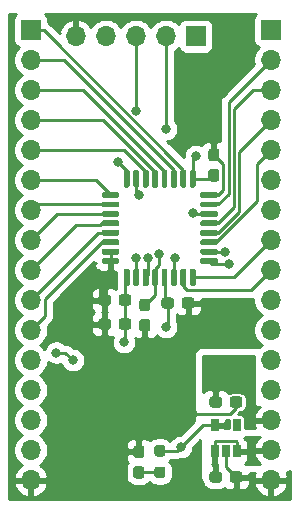
<source format=gtl>
%TF.GenerationSoftware,KiCad,Pcbnew,(5.1.10)-1*%
%TF.CreationDate,2021-10-10T23:46:45-04:00*%
%TF.ProjectId,STM_SimpleBreakout,53544d5f-5369-46d7-906c-65427265616b,rev?*%
%TF.SameCoordinates,Original*%
%TF.FileFunction,Copper,L1,Top*%
%TF.FilePolarity,Positive*%
%FSLAX46Y46*%
G04 Gerber Fmt 4.6, Leading zero omitted, Abs format (unit mm)*
G04 Created by KiCad (PCBNEW (5.1.10)-1) date 2021-10-10 23:46:45*
%MOMM*%
%LPD*%
G01*
G04 APERTURE LIST*
%TA.AperFunction,ComponentPad*%
%ADD10O,1.700000X1.700000*%
%TD*%
%TA.AperFunction,ComponentPad*%
%ADD11R,1.700000X1.700000*%
%TD*%
%TA.AperFunction,SMDPad,CuDef*%
%ADD12R,0.650000X1.060000*%
%TD*%
%TA.AperFunction,ViaPad*%
%ADD13C,0.800000*%
%TD*%
%TA.AperFunction,Conductor*%
%ADD14C,0.250000*%
%TD*%
%TA.AperFunction,Conductor*%
%ADD15C,0.254000*%
%TD*%
%TA.AperFunction,Conductor*%
%ADD16C,0.100000*%
%TD*%
G04 APERTURE END LIST*
%TO.P,R1,2*%
%TO.N,Net-(D1-Pad2)*%
%TA.AperFunction,SMDPad,CuDef*%
G36*
G01*
X163084500Y-113156000D02*
X163559500Y-113156000D01*
G75*
G02*
X163797000Y-113393500I0J-237500D01*
G01*
X163797000Y-113893500D01*
G75*
G02*
X163559500Y-114131000I-237500J0D01*
G01*
X163084500Y-114131000D01*
G75*
G02*
X162847000Y-113893500I0J237500D01*
G01*
X162847000Y-113393500D01*
G75*
G02*
X163084500Y-113156000I237500J0D01*
G01*
G37*
%TD.AperFunction*%
%TO.P,R1,1*%
%TO.N,+3V3*%
%TA.AperFunction,SMDPad,CuDef*%
G36*
G01*
X163084500Y-111331000D02*
X163559500Y-111331000D01*
G75*
G02*
X163797000Y-111568500I0J-237500D01*
G01*
X163797000Y-112068500D01*
G75*
G02*
X163559500Y-112306000I-237500J0D01*
G01*
X163084500Y-112306000D01*
G75*
G02*
X162847000Y-112068500I0J237500D01*
G01*
X162847000Y-111568500D01*
G75*
G02*
X163084500Y-111331000I237500J0D01*
G01*
G37*
%TD.AperFunction*%
%TD*%
%TO.P,D1,2*%
%TO.N,Net-(D1-Pad2)*%
%TA.AperFunction,SMDPad,CuDef*%
G36*
G01*
X161306500Y-113126000D02*
X161781500Y-113126000D01*
G75*
G02*
X162019000Y-113363500I0J-237500D01*
G01*
X162019000Y-113938500D01*
G75*
G02*
X161781500Y-114176000I-237500J0D01*
G01*
X161306500Y-114176000D01*
G75*
G02*
X161069000Y-113938500I0J237500D01*
G01*
X161069000Y-113363500D01*
G75*
G02*
X161306500Y-113126000I237500J0D01*
G01*
G37*
%TD.AperFunction*%
%TO.P,D1,1*%
%TO.N,GND*%
%TA.AperFunction,SMDPad,CuDef*%
G36*
G01*
X161306500Y-111376000D02*
X161781500Y-111376000D01*
G75*
G02*
X162019000Y-111613500I0J-237500D01*
G01*
X162019000Y-112188500D01*
G75*
G02*
X161781500Y-112426000I-237500J0D01*
G01*
X161306500Y-112426000D01*
G75*
G02*
X161069000Y-112188500I0J237500D01*
G01*
X161069000Y-111613500D01*
G75*
G02*
X161306500Y-111376000I237500J0D01*
G01*
G37*
%TD.AperFunction*%
%TD*%
%TO.P,U2,32*%
%TO.N,GND*%
%TA.AperFunction,SMDPad,CuDef*%
G36*
G01*
X159772000Y-96014000D02*
X158522000Y-96014000D01*
G75*
G02*
X158397000Y-95889000I0J125000D01*
G01*
X158397000Y-95639000D01*
G75*
G02*
X158522000Y-95514000I125000J0D01*
G01*
X159772000Y-95514000D01*
G75*
G02*
X159897000Y-95639000I0J-125000D01*
G01*
X159897000Y-95889000D01*
G75*
G02*
X159772000Y-96014000I-125000J0D01*
G01*
G37*
%TD.AperFunction*%
%TO.P,U2,31*%
%TA.AperFunction,SMDPad,CuDef*%
G36*
G01*
X159772000Y-95214000D02*
X158522000Y-95214000D01*
G75*
G02*
X158397000Y-95089000I0J125000D01*
G01*
X158397000Y-94839000D01*
G75*
G02*
X158522000Y-94714000I125000J0D01*
G01*
X159772000Y-94714000D01*
G75*
G02*
X159897000Y-94839000I0J-125000D01*
G01*
X159897000Y-95089000D01*
G75*
G02*
X159772000Y-95214000I-125000J0D01*
G01*
G37*
%TD.AperFunction*%
%TO.P,U2,30*%
%TO.N,/PB7*%
%TA.AperFunction,SMDPad,CuDef*%
G36*
G01*
X159772000Y-94414000D02*
X158522000Y-94414000D01*
G75*
G02*
X158397000Y-94289000I0J125000D01*
G01*
X158397000Y-94039000D01*
G75*
G02*
X158522000Y-93914000I125000J0D01*
G01*
X159772000Y-93914000D01*
G75*
G02*
X159897000Y-94039000I0J-125000D01*
G01*
X159897000Y-94289000D01*
G75*
G02*
X159772000Y-94414000I-125000J0D01*
G01*
G37*
%TD.AperFunction*%
%TO.P,U2,29*%
%TO.N,/PB6*%
%TA.AperFunction,SMDPad,CuDef*%
G36*
G01*
X159772000Y-93614000D02*
X158522000Y-93614000D01*
G75*
G02*
X158397000Y-93489000I0J125000D01*
G01*
X158397000Y-93239000D01*
G75*
G02*
X158522000Y-93114000I125000J0D01*
G01*
X159772000Y-93114000D01*
G75*
G02*
X159897000Y-93239000I0J-125000D01*
G01*
X159897000Y-93489000D01*
G75*
G02*
X159772000Y-93614000I-125000J0D01*
G01*
G37*
%TD.AperFunction*%
%TO.P,U2,28*%
%TO.N,/PB5*%
%TA.AperFunction,SMDPad,CuDef*%
G36*
G01*
X159772000Y-92814000D02*
X158522000Y-92814000D01*
G75*
G02*
X158397000Y-92689000I0J125000D01*
G01*
X158397000Y-92439000D01*
G75*
G02*
X158522000Y-92314000I125000J0D01*
G01*
X159772000Y-92314000D01*
G75*
G02*
X159897000Y-92439000I0J-125000D01*
G01*
X159897000Y-92689000D01*
G75*
G02*
X159772000Y-92814000I-125000J0D01*
G01*
G37*
%TD.AperFunction*%
%TO.P,U2,27*%
%TO.N,/PB4*%
%TA.AperFunction,SMDPad,CuDef*%
G36*
G01*
X159772000Y-92014000D02*
X158522000Y-92014000D01*
G75*
G02*
X158397000Y-91889000I0J125000D01*
G01*
X158397000Y-91639000D01*
G75*
G02*
X158522000Y-91514000I125000J0D01*
G01*
X159772000Y-91514000D01*
G75*
G02*
X159897000Y-91639000I0J-125000D01*
G01*
X159897000Y-91889000D01*
G75*
G02*
X159772000Y-92014000I-125000J0D01*
G01*
G37*
%TD.AperFunction*%
%TO.P,U2,26*%
%TO.N,/PB3*%
%TA.AperFunction,SMDPad,CuDef*%
G36*
G01*
X159772000Y-91214000D02*
X158522000Y-91214000D01*
G75*
G02*
X158397000Y-91089000I0J125000D01*
G01*
X158397000Y-90839000D01*
G75*
G02*
X158522000Y-90714000I125000J0D01*
G01*
X159772000Y-90714000D01*
G75*
G02*
X159897000Y-90839000I0J-125000D01*
G01*
X159897000Y-91089000D01*
G75*
G02*
X159772000Y-91214000I-125000J0D01*
G01*
G37*
%TD.AperFunction*%
%TO.P,U2,25*%
%TO.N,/PA15*%
%TA.AperFunction,SMDPad,CuDef*%
G36*
G01*
X159772000Y-90414000D02*
X158522000Y-90414000D01*
G75*
G02*
X158397000Y-90289000I0J125000D01*
G01*
X158397000Y-90039000D01*
G75*
G02*
X158522000Y-89914000I125000J0D01*
G01*
X159772000Y-89914000D01*
G75*
G02*
X159897000Y-90039000I0J-125000D01*
G01*
X159897000Y-90289000D01*
G75*
G02*
X159772000Y-90414000I-125000J0D01*
G01*
G37*
%TD.AperFunction*%
%TO.P,U2,24*%
%TO.N,/SWCLK*%
%TA.AperFunction,SMDPad,CuDef*%
G36*
G01*
X160647000Y-89539000D02*
X160397000Y-89539000D01*
G75*
G02*
X160272000Y-89414000I0J125000D01*
G01*
X160272000Y-88164000D01*
G75*
G02*
X160397000Y-88039000I125000J0D01*
G01*
X160647000Y-88039000D01*
G75*
G02*
X160772000Y-88164000I0J-125000D01*
G01*
X160772000Y-89414000D01*
G75*
G02*
X160647000Y-89539000I-125000J0D01*
G01*
G37*
%TD.AperFunction*%
%TO.P,U2,23*%
%TO.N,/SWDIO*%
%TA.AperFunction,SMDPad,CuDef*%
G36*
G01*
X161447000Y-89539000D02*
X161197000Y-89539000D01*
G75*
G02*
X161072000Y-89414000I0J125000D01*
G01*
X161072000Y-88164000D01*
G75*
G02*
X161197000Y-88039000I125000J0D01*
G01*
X161447000Y-88039000D01*
G75*
G02*
X161572000Y-88164000I0J-125000D01*
G01*
X161572000Y-89414000D01*
G75*
G02*
X161447000Y-89539000I-125000J0D01*
G01*
G37*
%TD.AperFunction*%
%TO.P,U2,22*%
%TO.N,/PA12*%
%TA.AperFunction,SMDPad,CuDef*%
G36*
G01*
X162247000Y-89539000D02*
X161997000Y-89539000D01*
G75*
G02*
X161872000Y-89414000I0J125000D01*
G01*
X161872000Y-88164000D01*
G75*
G02*
X161997000Y-88039000I125000J0D01*
G01*
X162247000Y-88039000D01*
G75*
G02*
X162372000Y-88164000I0J-125000D01*
G01*
X162372000Y-89414000D01*
G75*
G02*
X162247000Y-89539000I-125000J0D01*
G01*
G37*
%TD.AperFunction*%
%TO.P,U2,21*%
%TO.N,/PA11*%
%TA.AperFunction,SMDPad,CuDef*%
G36*
G01*
X163047000Y-89539000D02*
X162797000Y-89539000D01*
G75*
G02*
X162672000Y-89414000I0J125000D01*
G01*
X162672000Y-88164000D01*
G75*
G02*
X162797000Y-88039000I125000J0D01*
G01*
X163047000Y-88039000D01*
G75*
G02*
X163172000Y-88164000I0J-125000D01*
G01*
X163172000Y-89414000D01*
G75*
G02*
X163047000Y-89539000I-125000J0D01*
G01*
G37*
%TD.AperFunction*%
%TO.P,U2,20*%
%TO.N,/PA10*%
%TA.AperFunction,SMDPad,CuDef*%
G36*
G01*
X163847000Y-89539000D02*
X163597000Y-89539000D01*
G75*
G02*
X163472000Y-89414000I0J125000D01*
G01*
X163472000Y-88164000D01*
G75*
G02*
X163597000Y-88039000I125000J0D01*
G01*
X163847000Y-88039000D01*
G75*
G02*
X163972000Y-88164000I0J-125000D01*
G01*
X163972000Y-89414000D01*
G75*
G02*
X163847000Y-89539000I-125000J0D01*
G01*
G37*
%TD.AperFunction*%
%TO.P,U2,19*%
%TO.N,/PA9*%
%TA.AperFunction,SMDPad,CuDef*%
G36*
G01*
X164647000Y-89539000D02*
X164397000Y-89539000D01*
G75*
G02*
X164272000Y-89414000I0J125000D01*
G01*
X164272000Y-88164000D01*
G75*
G02*
X164397000Y-88039000I125000J0D01*
G01*
X164647000Y-88039000D01*
G75*
G02*
X164772000Y-88164000I0J-125000D01*
G01*
X164772000Y-89414000D01*
G75*
G02*
X164647000Y-89539000I-125000J0D01*
G01*
G37*
%TD.AperFunction*%
%TO.P,U2,18*%
%TO.N,/PA8*%
%TA.AperFunction,SMDPad,CuDef*%
G36*
G01*
X165447000Y-89539000D02*
X165197000Y-89539000D01*
G75*
G02*
X165072000Y-89414000I0J125000D01*
G01*
X165072000Y-88164000D01*
G75*
G02*
X165197000Y-88039000I125000J0D01*
G01*
X165447000Y-88039000D01*
G75*
G02*
X165572000Y-88164000I0J-125000D01*
G01*
X165572000Y-89414000D01*
G75*
G02*
X165447000Y-89539000I-125000J0D01*
G01*
G37*
%TD.AperFunction*%
%TO.P,U2,17*%
%TO.N,+3V3*%
%TA.AperFunction,SMDPad,CuDef*%
G36*
G01*
X166247000Y-89539000D02*
X165997000Y-89539000D01*
G75*
G02*
X165872000Y-89414000I0J125000D01*
G01*
X165872000Y-88164000D01*
G75*
G02*
X165997000Y-88039000I125000J0D01*
G01*
X166247000Y-88039000D01*
G75*
G02*
X166372000Y-88164000I0J-125000D01*
G01*
X166372000Y-89414000D01*
G75*
G02*
X166247000Y-89539000I-125000J0D01*
G01*
G37*
%TD.AperFunction*%
%TO.P,U2,16*%
%TO.N,GND*%
%TA.AperFunction,SMDPad,CuDef*%
G36*
G01*
X168122000Y-90414000D02*
X166872000Y-90414000D01*
G75*
G02*
X166747000Y-90289000I0J125000D01*
G01*
X166747000Y-90039000D01*
G75*
G02*
X166872000Y-89914000I125000J0D01*
G01*
X168122000Y-89914000D01*
G75*
G02*
X168247000Y-90039000I0J-125000D01*
G01*
X168247000Y-90289000D01*
G75*
G02*
X168122000Y-90414000I-125000J0D01*
G01*
G37*
%TD.AperFunction*%
%TO.P,U2,15*%
%TO.N,/PB1*%
%TA.AperFunction,SMDPad,CuDef*%
G36*
G01*
X168122000Y-91214000D02*
X166872000Y-91214000D01*
G75*
G02*
X166747000Y-91089000I0J125000D01*
G01*
X166747000Y-90839000D01*
G75*
G02*
X166872000Y-90714000I125000J0D01*
G01*
X168122000Y-90714000D01*
G75*
G02*
X168247000Y-90839000I0J-125000D01*
G01*
X168247000Y-91089000D01*
G75*
G02*
X168122000Y-91214000I-125000J0D01*
G01*
G37*
%TD.AperFunction*%
%TO.P,U2,14*%
%TO.N,/PB0*%
%TA.AperFunction,SMDPad,CuDef*%
G36*
G01*
X168122000Y-92014000D02*
X166872000Y-92014000D01*
G75*
G02*
X166747000Y-91889000I0J125000D01*
G01*
X166747000Y-91639000D01*
G75*
G02*
X166872000Y-91514000I125000J0D01*
G01*
X168122000Y-91514000D01*
G75*
G02*
X168247000Y-91639000I0J-125000D01*
G01*
X168247000Y-91889000D01*
G75*
G02*
X168122000Y-92014000I-125000J0D01*
G01*
G37*
%TD.AperFunction*%
%TO.P,U2,13*%
%TO.N,/PA7*%
%TA.AperFunction,SMDPad,CuDef*%
G36*
G01*
X168122000Y-92814000D02*
X166872000Y-92814000D01*
G75*
G02*
X166747000Y-92689000I0J125000D01*
G01*
X166747000Y-92439000D01*
G75*
G02*
X166872000Y-92314000I125000J0D01*
G01*
X168122000Y-92314000D01*
G75*
G02*
X168247000Y-92439000I0J-125000D01*
G01*
X168247000Y-92689000D01*
G75*
G02*
X168122000Y-92814000I-125000J0D01*
G01*
G37*
%TD.AperFunction*%
%TO.P,U2,12*%
%TO.N,/PA6*%
%TA.AperFunction,SMDPad,CuDef*%
G36*
G01*
X168122000Y-93614000D02*
X166872000Y-93614000D01*
G75*
G02*
X166747000Y-93489000I0J125000D01*
G01*
X166747000Y-93239000D01*
G75*
G02*
X166872000Y-93114000I125000J0D01*
G01*
X168122000Y-93114000D01*
G75*
G02*
X168247000Y-93239000I0J-125000D01*
G01*
X168247000Y-93489000D01*
G75*
G02*
X168122000Y-93614000I-125000J0D01*
G01*
G37*
%TD.AperFunction*%
%TO.P,U2,11*%
%TO.N,/PA5*%
%TA.AperFunction,SMDPad,CuDef*%
G36*
G01*
X168122000Y-94414000D02*
X166872000Y-94414000D01*
G75*
G02*
X166747000Y-94289000I0J125000D01*
G01*
X166747000Y-94039000D01*
G75*
G02*
X166872000Y-93914000I125000J0D01*
G01*
X168122000Y-93914000D01*
G75*
G02*
X168247000Y-94039000I0J-125000D01*
G01*
X168247000Y-94289000D01*
G75*
G02*
X168122000Y-94414000I-125000J0D01*
G01*
G37*
%TD.AperFunction*%
%TO.P,U2,10*%
%TO.N,/PA4*%
%TA.AperFunction,SMDPad,CuDef*%
G36*
G01*
X168122000Y-95214000D02*
X166872000Y-95214000D01*
G75*
G02*
X166747000Y-95089000I0J125000D01*
G01*
X166747000Y-94839000D01*
G75*
G02*
X166872000Y-94714000I125000J0D01*
G01*
X168122000Y-94714000D01*
G75*
G02*
X168247000Y-94839000I0J-125000D01*
G01*
X168247000Y-95089000D01*
G75*
G02*
X168122000Y-95214000I-125000J0D01*
G01*
G37*
%TD.AperFunction*%
%TO.P,U2,9*%
%TO.N,/PA3*%
%TA.AperFunction,SMDPad,CuDef*%
G36*
G01*
X168122000Y-96014000D02*
X166872000Y-96014000D01*
G75*
G02*
X166747000Y-95889000I0J125000D01*
G01*
X166747000Y-95639000D01*
G75*
G02*
X166872000Y-95514000I125000J0D01*
G01*
X168122000Y-95514000D01*
G75*
G02*
X168247000Y-95639000I0J-125000D01*
G01*
X168247000Y-95889000D01*
G75*
G02*
X168122000Y-96014000I-125000J0D01*
G01*
G37*
%TD.AperFunction*%
%TO.P,U2,8*%
%TO.N,/PA2*%
%TA.AperFunction,SMDPad,CuDef*%
G36*
G01*
X166247000Y-97889000D02*
X165997000Y-97889000D01*
G75*
G02*
X165872000Y-97764000I0J125000D01*
G01*
X165872000Y-96514000D01*
G75*
G02*
X165997000Y-96389000I125000J0D01*
G01*
X166247000Y-96389000D01*
G75*
G02*
X166372000Y-96514000I0J-125000D01*
G01*
X166372000Y-97764000D01*
G75*
G02*
X166247000Y-97889000I-125000J0D01*
G01*
G37*
%TD.AperFunction*%
%TO.P,U2,7*%
%TO.N,/PA1*%
%TA.AperFunction,SMDPad,CuDef*%
G36*
G01*
X165447000Y-97889000D02*
X165197000Y-97889000D01*
G75*
G02*
X165072000Y-97764000I0J125000D01*
G01*
X165072000Y-96514000D01*
G75*
G02*
X165197000Y-96389000I125000J0D01*
G01*
X165447000Y-96389000D01*
G75*
G02*
X165572000Y-96514000I0J-125000D01*
G01*
X165572000Y-97764000D01*
G75*
G02*
X165447000Y-97889000I-125000J0D01*
G01*
G37*
%TD.AperFunction*%
%TO.P,U2,6*%
%TO.N,/PA0*%
%TA.AperFunction,SMDPad,CuDef*%
G36*
G01*
X164647000Y-97889000D02*
X164397000Y-97889000D01*
G75*
G02*
X164272000Y-97764000I0J125000D01*
G01*
X164272000Y-96514000D01*
G75*
G02*
X164397000Y-96389000I125000J0D01*
G01*
X164647000Y-96389000D01*
G75*
G02*
X164772000Y-96514000I0J-125000D01*
G01*
X164772000Y-97764000D01*
G75*
G02*
X164647000Y-97889000I-125000J0D01*
G01*
G37*
%TD.AperFunction*%
%TO.P,U2,5*%
%TO.N,+3V3*%
%TA.AperFunction,SMDPad,CuDef*%
G36*
G01*
X163847000Y-97889000D02*
X163597000Y-97889000D01*
G75*
G02*
X163472000Y-97764000I0J125000D01*
G01*
X163472000Y-96514000D01*
G75*
G02*
X163597000Y-96389000I125000J0D01*
G01*
X163847000Y-96389000D01*
G75*
G02*
X163972000Y-96514000I0J-125000D01*
G01*
X163972000Y-97764000D01*
G75*
G02*
X163847000Y-97889000I-125000J0D01*
G01*
G37*
%TD.AperFunction*%
%TO.P,U2,4*%
%TO.N,/RESET*%
%TA.AperFunction,SMDPad,CuDef*%
G36*
G01*
X163047000Y-97889000D02*
X162797000Y-97889000D01*
G75*
G02*
X162672000Y-97764000I0J125000D01*
G01*
X162672000Y-96514000D01*
G75*
G02*
X162797000Y-96389000I125000J0D01*
G01*
X163047000Y-96389000D01*
G75*
G02*
X163172000Y-96514000I0J-125000D01*
G01*
X163172000Y-97764000D01*
G75*
G02*
X163047000Y-97889000I-125000J0D01*
G01*
G37*
%TD.AperFunction*%
%TO.P,U2,3*%
%TO.N,/PC15*%
%TA.AperFunction,SMDPad,CuDef*%
G36*
G01*
X162247000Y-97889000D02*
X161997000Y-97889000D01*
G75*
G02*
X161872000Y-97764000I0J125000D01*
G01*
X161872000Y-96514000D01*
G75*
G02*
X161997000Y-96389000I125000J0D01*
G01*
X162247000Y-96389000D01*
G75*
G02*
X162372000Y-96514000I0J-125000D01*
G01*
X162372000Y-97764000D01*
G75*
G02*
X162247000Y-97889000I-125000J0D01*
G01*
G37*
%TD.AperFunction*%
%TO.P,U2,2*%
%TO.N,/PC14*%
%TA.AperFunction,SMDPad,CuDef*%
G36*
G01*
X161447000Y-97889000D02*
X161197000Y-97889000D01*
G75*
G02*
X161072000Y-97764000I0J125000D01*
G01*
X161072000Y-96514000D01*
G75*
G02*
X161197000Y-96389000I125000J0D01*
G01*
X161447000Y-96389000D01*
G75*
G02*
X161572000Y-96514000I0J-125000D01*
G01*
X161572000Y-97764000D01*
G75*
G02*
X161447000Y-97889000I-125000J0D01*
G01*
G37*
%TD.AperFunction*%
%TO.P,U2,1*%
%TO.N,+3V3*%
%TA.AperFunction,SMDPad,CuDef*%
G36*
G01*
X160647000Y-97889000D02*
X160397000Y-97889000D01*
G75*
G02*
X160272000Y-97764000I0J125000D01*
G01*
X160272000Y-96514000D01*
G75*
G02*
X160397000Y-96389000I125000J0D01*
G01*
X160647000Y-96389000D01*
G75*
G02*
X160772000Y-96514000I0J-125000D01*
G01*
X160772000Y-97764000D01*
G75*
G02*
X160647000Y-97889000I-125000J0D01*
G01*
G37*
%TD.AperFunction*%
%TD*%
D10*
%TO.P,J2,16*%
%TO.N,GND*%
X152400000Y-114300000D03*
%TO.P,J2,15*%
%TO.N,+3V3*%
X152400000Y-111760000D03*
%TO.P,J2,14*%
%TO.N,/RESET*%
X152400000Y-109220000D03*
%TO.P,J2,13*%
%TO.N,/PC14*%
X152400000Y-106680000D03*
%TO.P,J2,12*%
%TO.N,/PC15*%
X152400000Y-104140000D03*
%TO.P,J2,11*%
%TO.N,/PB7*%
X152400000Y-101600000D03*
%TO.P,J2,10*%
%TO.N,/PB6*%
X152400000Y-99060000D03*
%TO.P,J2,9*%
%TO.N,/PB5*%
X152400000Y-96520000D03*
%TO.P,J2,8*%
%TO.N,/PB4*%
X152400000Y-93980000D03*
%TO.P,J2,7*%
%TO.N,/PB3*%
X152400000Y-91440000D03*
%TO.P,J2,6*%
%TO.N,/PA15*%
X152400000Y-88900000D03*
%TO.P,J2,5*%
%TO.N,/PA12*%
X152400000Y-86360000D03*
%TO.P,J2,4*%
%TO.N,/PA11*%
X152400000Y-83820000D03*
%TO.P,J2,3*%
%TO.N,/PA10*%
X152400000Y-81280000D03*
%TO.P,J2,2*%
%TO.N,/PA9*%
X152400000Y-78740000D03*
D11*
%TO.P,J2,1*%
%TO.N,/PA8*%
X152400000Y-76200000D03*
%TD*%
D12*
%TO.P,U1,5*%
%TO.N,+3V3*%
X167960000Y-109644000D03*
%TO.P,U1,4*%
%TO.N,N/C*%
X169860000Y-109644000D03*
%TO.P,U1,3*%
%TO.N,+5V*%
X169860000Y-111844000D03*
%TO.P,U1,2*%
%TO.N,GND*%
X168910000Y-111844000D03*
%TO.P,U1,1*%
%TO.N,+5V*%
X167960000Y-111844000D03*
%TD*%
D10*
%TO.P,J3,16*%
%TO.N,GND*%
X172720000Y-114300000D03*
%TO.P,J3,15*%
%TO.N,+5V*%
X172720000Y-111760000D03*
%TO.P,J3,14*%
%TO.N,+3V3*%
X172720000Y-109220000D03*
%TO.P,J3,13*%
%TO.N,N/C*%
X172720000Y-106680000D03*
%TO.P,J3,12*%
X172720000Y-104140000D03*
%TO.P,J3,11*%
X172720000Y-101600000D03*
%TO.P,J3,10*%
%TO.N,/PA0*%
X172720000Y-99060000D03*
%TO.P,J3,9*%
%TO.N,/PA1*%
X172720000Y-96520000D03*
%TO.P,J3,8*%
%TO.N,/PA2*%
X172720000Y-93980000D03*
%TO.P,J3,7*%
%TO.N,/PA3*%
X172720000Y-91440000D03*
%TO.P,J3,6*%
%TO.N,/PA4*%
X172720000Y-88900000D03*
%TO.P,J3,5*%
%TO.N,/PA5*%
X172720000Y-86360000D03*
%TO.P,J3,4*%
%TO.N,/PA6*%
X172720000Y-83820000D03*
%TO.P,J3,3*%
%TO.N,/PA7*%
X172720000Y-81280000D03*
%TO.P,J3,2*%
%TO.N,/PB1*%
X172720000Y-78740000D03*
D11*
%TO.P,J3,1*%
%TO.N,/PB0*%
X172720000Y-76200000D03*
%TD*%
D10*
%TO.P,J1,5*%
%TO.N,GND*%
X156210000Y-76708000D03*
%TO.P,J1,4*%
%TO.N,+3V3*%
X158750000Y-76708000D03*
%TO.P,J1,3*%
%TO.N,/SWCLK*%
X161290000Y-76708000D03*
%TO.P,J1,2*%
%TO.N,/SWDIO*%
X163830000Y-76708000D03*
D11*
%TO.P,J1,1*%
%TO.N,/RESET*%
X166370000Y-76708000D03*
%TD*%
%TO.P,C7,2*%
%TO.N,+3V3*%
%TA.AperFunction,SMDPad,CuDef*%
G36*
G01*
X167656500Y-87955000D02*
X168131500Y-87955000D01*
G75*
G02*
X168369000Y-88192500I0J-237500D01*
G01*
X168369000Y-88792500D01*
G75*
G02*
X168131500Y-89030000I-237500J0D01*
G01*
X167656500Y-89030000D01*
G75*
G02*
X167419000Y-88792500I0J237500D01*
G01*
X167419000Y-88192500D01*
G75*
G02*
X167656500Y-87955000I237500J0D01*
G01*
G37*
%TD.AperFunction*%
%TO.P,C7,1*%
%TO.N,GND*%
%TA.AperFunction,SMDPad,CuDef*%
G36*
G01*
X167656500Y-86230000D02*
X168131500Y-86230000D01*
G75*
G02*
X168369000Y-86467500I0J-237500D01*
G01*
X168369000Y-87067500D01*
G75*
G02*
X168131500Y-87305000I-237500J0D01*
G01*
X167656500Y-87305000D01*
G75*
G02*
X167419000Y-87067500I0J237500D01*
G01*
X167419000Y-86467500D01*
G75*
G02*
X167656500Y-86230000I237500J0D01*
G01*
G37*
%TD.AperFunction*%
%TD*%
%TO.P,C6,2*%
%TO.N,+3V3*%
%TA.AperFunction,SMDPad,CuDef*%
G36*
G01*
X159837000Y-99297500D02*
X159837000Y-98822500D01*
G75*
G02*
X160074500Y-98585000I237500J0D01*
G01*
X160674500Y-98585000D01*
G75*
G02*
X160912000Y-98822500I0J-237500D01*
G01*
X160912000Y-99297500D01*
G75*
G02*
X160674500Y-99535000I-237500J0D01*
G01*
X160074500Y-99535000D01*
G75*
G02*
X159837000Y-99297500I0J237500D01*
G01*
G37*
%TD.AperFunction*%
%TO.P,C6,1*%
%TO.N,GND*%
%TA.AperFunction,SMDPad,CuDef*%
G36*
G01*
X158112000Y-99297500D02*
X158112000Y-98822500D01*
G75*
G02*
X158349500Y-98585000I237500J0D01*
G01*
X158949500Y-98585000D01*
G75*
G02*
X159187000Y-98822500I0J-237500D01*
G01*
X159187000Y-99297500D01*
G75*
G02*
X158949500Y-99535000I-237500J0D01*
G01*
X158349500Y-99535000D01*
G75*
G02*
X158112000Y-99297500I0J237500D01*
G01*
G37*
%TD.AperFunction*%
%TD*%
%TO.P,C5,2*%
%TO.N,+3V3*%
%TA.AperFunction,SMDPad,CuDef*%
G36*
G01*
X164521000Y-99076500D02*
X164521000Y-99551500D01*
G75*
G02*
X164283500Y-99789000I-237500J0D01*
G01*
X163683500Y-99789000D01*
G75*
G02*
X163446000Y-99551500I0J237500D01*
G01*
X163446000Y-99076500D01*
G75*
G02*
X163683500Y-98839000I237500J0D01*
G01*
X164283500Y-98839000D01*
G75*
G02*
X164521000Y-99076500I0J-237500D01*
G01*
G37*
%TD.AperFunction*%
%TO.P,C5,1*%
%TO.N,GND*%
%TA.AperFunction,SMDPad,CuDef*%
G36*
G01*
X166246000Y-99076500D02*
X166246000Y-99551500D01*
G75*
G02*
X166008500Y-99789000I-237500J0D01*
G01*
X165408500Y-99789000D01*
G75*
G02*
X165171000Y-99551500I0J237500D01*
G01*
X165171000Y-99076500D01*
G75*
G02*
X165408500Y-98839000I237500J0D01*
G01*
X166008500Y-98839000D01*
G75*
G02*
X166246000Y-99076500I0J-237500D01*
G01*
G37*
%TD.AperFunction*%
%TD*%
%TO.P,C4,2*%
%TO.N,+3V3*%
%TA.AperFunction,SMDPad,CuDef*%
G36*
G01*
X159837000Y-101329500D02*
X159837000Y-100854500D01*
G75*
G02*
X160074500Y-100617000I237500J0D01*
G01*
X160674500Y-100617000D01*
G75*
G02*
X160912000Y-100854500I0J-237500D01*
G01*
X160912000Y-101329500D01*
G75*
G02*
X160674500Y-101567000I-237500J0D01*
G01*
X160074500Y-101567000D01*
G75*
G02*
X159837000Y-101329500I0J237500D01*
G01*
G37*
%TD.AperFunction*%
%TO.P,C4,1*%
%TO.N,GND*%
%TA.AperFunction,SMDPad,CuDef*%
G36*
G01*
X158112000Y-101329500D02*
X158112000Y-100854500D01*
G75*
G02*
X158349500Y-100617000I237500J0D01*
G01*
X158949500Y-100617000D01*
G75*
G02*
X159187000Y-100854500I0J-237500D01*
G01*
X159187000Y-101329500D01*
G75*
G02*
X158949500Y-101567000I-237500J0D01*
G01*
X158349500Y-101567000D01*
G75*
G02*
X158112000Y-101329500I0J237500D01*
G01*
G37*
%TD.AperFunction*%
%TD*%
%TO.P,C3,2*%
%TO.N,/RESET*%
%TA.AperFunction,SMDPad,CuDef*%
G36*
G01*
X162289500Y-100005000D02*
X161814500Y-100005000D01*
G75*
G02*
X161577000Y-99767500I0J237500D01*
G01*
X161577000Y-99167500D01*
G75*
G02*
X161814500Y-98930000I237500J0D01*
G01*
X162289500Y-98930000D01*
G75*
G02*
X162527000Y-99167500I0J-237500D01*
G01*
X162527000Y-99767500D01*
G75*
G02*
X162289500Y-100005000I-237500J0D01*
G01*
G37*
%TD.AperFunction*%
%TO.P,C3,1*%
%TO.N,GND*%
%TA.AperFunction,SMDPad,CuDef*%
G36*
G01*
X162289500Y-101730000D02*
X161814500Y-101730000D01*
G75*
G02*
X161577000Y-101492500I0J237500D01*
G01*
X161577000Y-100892500D01*
G75*
G02*
X161814500Y-100655000I237500J0D01*
G01*
X162289500Y-100655000D01*
G75*
G02*
X162527000Y-100892500I0J-237500D01*
G01*
X162527000Y-101492500D01*
G75*
G02*
X162289500Y-101730000I-237500J0D01*
G01*
G37*
%TD.AperFunction*%
%TD*%
%TO.P,C2,2*%
%TO.N,GND*%
%TA.AperFunction,SMDPad,CuDef*%
G36*
G01*
X169235000Y-107933500D02*
X169235000Y-107458500D01*
G75*
G02*
X169472500Y-107221000I237500J0D01*
G01*
X170072500Y-107221000D01*
G75*
G02*
X170310000Y-107458500I0J-237500D01*
G01*
X170310000Y-107933500D01*
G75*
G02*
X170072500Y-108171000I-237500J0D01*
G01*
X169472500Y-108171000D01*
G75*
G02*
X169235000Y-107933500I0J237500D01*
G01*
G37*
%TD.AperFunction*%
%TO.P,C2,1*%
%TO.N,+3V3*%
%TA.AperFunction,SMDPad,CuDef*%
G36*
G01*
X167510000Y-107933500D02*
X167510000Y-107458500D01*
G75*
G02*
X167747500Y-107221000I237500J0D01*
G01*
X168347500Y-107221000D01*
G75*
G02*
X168585000Y-107458500I0J-237500D01*
G01*
X168585000Y-107933500D01*
G75*
G02*
X168347500Y-108171000I-237500J0D01*
G01*
X167747500Y-108171000D01*
G75*
G02*
X167510000Y-107933500I0J237500D01*
G01*
G37*
%TD.AperFunction*%
%TD*%
%TO.P,C1,2*%
%TO.N,GND*%
%TA.AperFunction,SMDPad,CuDef*%
G36*
G01*
X169235000Y-114283500D02*
X169235000Y-113808500D01*
G75*
G02*
X169472500Y-113571000I237500J0D01*
G01*
X170072500Y-113571000D01*
G75*
G02*
X170310000Y-113808500I0J-237500D01*
G01*
X170310000Y-114283500D01*
G75*
G02*
X170072500Y-114521000I-237500J0D01*
G01*
X169472500Y-114521000D01*
G75*
G02*
X169235000Y-114283500I0J237500D01*
G01*
G37*
%TD.AperFunction*%
%TO.P,C1,1*%
%TO.N,+5V*%
%TA.AperFunction,SMDPad,CuDef*%
G36*
G01*
X167510000Y-114283500D02*
X167510000Y-113808500D01*
G75*
G02*
X167747500Y-113571000I237500J0D01*
G01*
X168347500Y-113571000D01*
G75*
G02*
X168585000Y-113808500I0J-237500D01*
G01*
X168585000Y-114283500D01*
G75*
G02*
X168347500Y-114521000I-237500J0D01*
G01*
X167747500Y-114521000D01*
G75*
G02*
X167510000Y-114283500I0J237500D01*
G01*
G37*
%TD.AperFunction*%
%TD*%
D13*
%TO.N,GND*%
X166116000Y-108712000D03*
X158242000Y-97536000D03*
%TO.N,+3V3*%
X168148000Y-105156000D03*
X169926000Y-105918000D03*
X163830000Y-101346000D03*
X160274000Y-102616000D03*
X166370000Y-86868000D03*
X165100000Y-111506000D03*
%TO.N,/RESET*%
X163254685Y-95187772D03*
%TO.N,/SWCLK*%
X159766000Y-87376000D03*
X161328153Y-83019847D03*
%TO.N,/SWDIO*%
X161544000Y-90170000D03*
X163830000Y-84582000D03*
%TO.N,/PC14*%
X161290000Y-95504000D03*
%TO.N,/PC15*%
X154554347Y-103500347D03*
X155960653Y-104144653D03*
X162306000Y-95504000D03*
%TO.N,/PA4*%
X168812105Y-94988846D03*
%TO.N,/PA3*%
X169164000Y-96012000D03*
%TO.N,/PA0*%
X164592000Y-95504000D03*
%TO.N,/PB0*%
X166116000Y-91694000D03*
%TD*%
D14*
%TO.N,GND*%
X168694010Y-87567510D02*
X167894000Y-86767500D01*
X168694010Y-89716990D02*
X168694010Y-87567510D01*
X168247000Y-90164000D02*
X168694010Y-89716990D01*
X167497000Y-90164000D02*
X168247000Y-90164000D01*
X159147000Y-95764000D02*
X159147000Y-94964000D01*
X168910000Y-113183500D02*
X169772500Y-114046000D01*
X168910000Y-111844000D02*
X168910000Y-113183500D01*
X169772500Y-108171000D02*
X169231500Y-108712000D01*
X169772500Y-107696000D02*
X169772500Y-108171000D01*
X169231500Y-108712000D02*
X166116000Y-108712000D01*
X158242000Y-98652500D02*
X158649500Y-99060000D01*
X158242000Y-97536000D02*
X158242000Y-98652500D01*
%TO.N,+5V*%
X168047500Y-111931500D02*
X167960000Y-111844000D01*
X168047500Y-114046000D02*
X168047500Y-111931500D01*
X172636000Y-111844000D02*
X172720000Y-111760000D01*
X169860000Y-111844000D02*
X172636000Y-111844000D01*
X169860000Y-111064000D02*
X169860000Y-111844000D01*
X169784999Y-110988999D02*
X169860000Y-111064000D01*
X168035001Y-110988999D02*
X169784999Y-110988999D01*
X167960000Y-111064000D02*
X168035001Y-110988999D01*
X167960000Y-111844000D02*
X167960000Y-111064000D01*
%TO.N,+3V3*%
X167597500Y-88789000D02*
X167894000Y-88492500D01*
X166122000Y-88789000D02*
X167597500Y-88789000D01*
X163722000Y-99052500D02*
X163983500Y-99314000D01*
X163722000Y-97139000D02*
X163722000Y-99052500D01*
X160374500Y-97286500D02*
X160522000Y-97139000D01*
X160374500Y-99060000D02*
X160374500Y-97286500D01*
X160374500Y-101092000D02*
X160374500Y-99060000D01*
X168047500Y-105256500D02*
X168148000Y-105156000D01*
X169772500Y-106071500D02*
X169926000Y-105918000D01*
X168047500Y-106071500D02*
X169772500Y-106071500D01*
X168047500Y-107696000D02*
X168047500Y-106071500D01*
X168047500Y-106071500D02*
X168047500Y-105256500D01*
X163983500Y-101192500D02*
X163830000Y-101346000D01*
X163983500Y-99314000D02*
X163983500Y-101192500D01*
X160374500Y-102515500D02*
X160274000Y-102616000D01*
X160374500Y-101092000D02*
X160374500Y-102515500D01*
X166122000Y-87116000D02*
X166370000Y-86868000D01*
X166122000Y-88789000D02*
X166122000Y-87116000D01*
X164787500Y-111818500D02*
X165100000Y-111506000D01*
X163322000Y-111818500D02*
X164787500Y-111818500D01*
X166962000Y-109644000D02*
X165100000Y-111506000D01*
X167960000Y-109644000D02*
X166962000Y-109644000D01*
%TO.N,/RESET*%
X162922000Y-98597500D02*
X162922000Y-97139000D01*
X162052000Y-99467500D02*
X162922000Y-98597500D01*
X163254685Y-96056315D02*
X163254685Y-95187772D01*
X162922000Y-96389000D02*
X163254685Y-96056315D01*
X162922000Y-97139000D02*
X162922000Y-96389000D01*
%TO.N,/SWCLK*%
X160341315Y-88608315D02*
X160522000Y-88789000D01*
X160522000Y-88132000D02*
X159766000Y-87376000D01*
X160522000Y-88789000D02*
X160522000Y-88132000D01*
X161290000Y-82981694D02*
X161328153Y-83019847D01*
X161290000Y-76708000D02*
X161290000Y-82981694D01*
%TO.N,/SWDIO*%
X161322000Y-89948000D02*
X161544000Y-90170000D01*
X161322000Y-88789000D02*
X161322000Y-89948000D01*
X163830000Y-84582000D02*
X163830000Y-76708000D01*
%TO.N,/PC14*%
X161322000Y-95536000D02*
X161290000Y-95504000D01*
X161322000Y-97139000D02*
X161322000Y-95536000D01*
%TO.N,/PC15*%
X155316347Y-103500347D02*
X155960653Y-104144653D01*
X154554347Y-103500347D02*
X155316347Y-103500347D01*
X162306000Y-96955000D02*
X162122000Y-97139000D01*
X162306000Y-95504000D02*
X162306000Y-96955000D01*
%TO.N,/PA15*%
X157883000Y-88900000D02*
X159147000Y-90164000D01*
X152400000Y-88900000D02*
X157883000Y-88900000D01*
%TO.N,/PA12*%
X162122000Y-88202588D02*
X160279412Y-86360000D01*
X160279412Y-86360000D02*
X152400000Y-86360000D01*
X162122000Y-88789000D02*
X162122000Y-88202588D01*
%TO.N,/PA11*%
X158539412Y-83820000D02*
X152400000Y-83820000D01*
X162922000Y-88202588D02*
X158539412Y-83820000D01*
X162922000Y-88789000D02*
X162922000Y-88202588D01*
%TO.N,/PA10*%
X156799412Y-81280000D02*
X152400000Y-81280000D01*
X163722000Y-88202588D02*
X156799412Y-81280000D01*
X163722000Y-88789000D02*
X163722000Y-88202588D01*
%TO.N,/PA9*%
X164522000Y-88039000D02*
X164522000Y-88789000D01*
X155223000Y-78740000D02*
X164522000Y-88039000D01*
X152400000Y-78740000D02*
X155223000Y-78740000D01*
%TO.N,/PA8*%
X165322000Y-88039000D02*
X153483000Y-76200000D01*
X153483000Y-76200000D02*
X152400000Y-76200000D01*
X165322000Y-88789000D02*
X165322000Y-88039000D01*
%TO.N,/PA7*%
X172720000Y-81280000D02*
X171196000Y-81280000D01*
X168247000Y-92564000D02*
X167497000Y-92564000D01*
X169594030Y-91216970D02*
X168247000Y-92564000D01*
X169594030Y-82881970D02*
X169594030Y-91216970D01*
X171196000Y-81280000D02*
X169594030Y-82881970D01*
%TO.N,/PA6*%
X168247000Y-93364000D02*
X170044040Y-91566960D01*
X167497000Y-93364000D02*
X168247000Y-93364000D01*
X170044040Y-86495960D02*
X172720000Y-83820000D01*
X170044040Y-91566960D02*
X170044040Y-86495960D01*
%TO.N,/PA5*%
X168083412Y-94164000D02*
X167497000Y-94164000D01*
X171544999Y-90702413D02*
X168083412Y-94164000D01*
X171544999Y-87535001D02*
X171544999Y-90702413D01*
X172720000Y-86360000D02*
X171544999Y-87535001D01*
%TO.N,/PA4*%
X168787259Y-94964000D02*
X168812105Y-94988846D01*
X167497000Y-94964000D02*
X168787259Y-94964000D01*
%TO.N,/PA3*%
X167745000Y-96012000D02*
X167497000Y-95764000D01*
X169164000Y-96012000D02*
X167745000Y-96012000D01*
%TO.N,/PA2*%
X169561000Y-97139000D02*
X172720000Y-93980000D01*
X166122000Y-97139000D02*
X169561000Y-97139000D01*
%TO.N,/PA1*%
X171025990Y-98214010D02*
X172720000Y-96520000D01*
X165647010Y-98214010D02*
X171025990Y-98214010D01*
X165322000Y-97889000D02*
X165647010Y-98214010D01*
X165322000Y-97139000D02*
X165322000Y-97889000D01*
%TO.N,/PA0*%
X164522000Y-95574000D02*
X164592000Y-95504000D01*
X164522000Y-97139000D02*
X164522000Y-95574000D01*
%TO.N,/PB7*%
X153575001Y-100424999D02*
X152400000Y-101600000D01*
X158397000Y-94164000D02*
X153575001Y-98985999D01*
X153575001Y-98985999D02*
X153575001Y-100424999D01*
X159147000Y-94164000D02*
X158397000Y-94164000D01*
%TO.N,/PB6*%
X158096000Y-93364000D02*
X152400000Y-99060000D01*
X159147000Y-93364000D02*
X158096000Y-93364000D01*
%TO.N,/PB5*%
X158397000Y-92564000D02*
X158251000Y-92710000D01*
X159147000Y-92564000D02*
X158397000Y-92564000D01*
X156210000Y-92710000D02*
X152400000Y-96520000D01*
X158251000Y-92710000D02*
X156210000Y-92710000D01*
%TO.N,/PB4*%
X154616000Y-91764000D02*
X159147000Y-91764000D01*
X152400000Y-93980000D02*
X154616000Y-91764000D01*
%TO.N,/PB3*%
X152876000Y-90964000D02*
X152400000Y-91440000D01*
X159147000Y-90964000D02*
X152876000Y-90964000D01*
%TO.N,/PB1*%
X168247000Y-90964000D02*
X169144020Y-90066980D01*
X167497000Y-90964000D02*
X168247000Y-90964000D01*
X169144020Y-82315980D02*
X172720000Y-78740000D01*
X169144020Y-90066980D02*
X169144020Y-82315980D01*
%TO.N,/PB0*%
X166186000Y-91764000D02*
X166116000Y-91694000D01*
X167497000Y-91764000D02*
X166186000Y-91764000D01*
%TO.N,Net-(D1-Pad2)*%
X163314500Y-113651000D02*
X163322000Y-113643500D01*
X161544000Y-113651000D02*
X163314500Y-113651000D01*
%TD*%
D15*
%TO.N,GND*%
X151098815Y-74898815D02*
X151019463Y-74995506D01*
X150960498Y-75105820D01*
X150924188Y-75225518D01*
X150911928Y-75350000D01*
X150911928Y-77050000D01*
X150924188Y-77174482D01*
X150960498Y-77294180D01*
X151019463Y-77404494D01*
X151098815Y-77501185D01*
X151195506Y-77580537D01*
X151305820Y-77639502D01*
X151378380Y-77661513D01*
X151246525Y-77793368D01*
X151084010Y-78036589D01*
X150972068Y-78306842D01*
X150915000Y-78593740D01*
X150915000Y-78886260D01*
X150972068Y-79173158D01*
X151084010Y-79443411D01*
X151246525Y-79686632D01*
X151453368Y-79893475D01*
X151627760Y-80010000D01*
X151453368Y-80126525D01*
X151246525Y-80333368D01*
X151084010Y-80576589D01*
X150972068Y-80846842D01*
X150915000Y-81133740D01*
X150915000Y-81426260D01*
X150972068Y-81713158D01*
X151084010Y-81983411D01*
X151246525Y-82226632D01*
X151453368Y-82433475D01*
X151627760Y-82550000D01*
X151453368Y-82666525D01*
X151246525Y-82873368D01*
X151084010Y-83116589D01*
X150972068Y-83386842D01*
X150915000Y-83673740D01*
X150915000Y-83966260D01*
X150972068Y-84253158D01*
X151084010Y-84523411D01*
X151246525Y-84766632D01*
X151453368Y-84973475D01*
X151627760Y-85090000D01*
X151453368Y-85206525D01*
X151246525Y-85413368D01*
X151084010Y-85656589D01*
X150972068Y-85926842D01*
X150915000Y-86213740D01*
X150915000Y-86506260D01*
X150972068Y-86793158D01*
X151084010Y-87063411D01*
X151246525Y-87306632D01*
X151453368Y-87513475D01*
X151627760Y-87630000D01*
X151453368Y-87746525D01*
X151246525Y-87953368D01*
X151084010Y-88196589D01*
X150972068Y-88466842D01*
X150915000Y-88753740D01*
X150915000Y-89046260D01*
X150972068Y-89333158D01*
X151084010Y-89603411D01*
X151246525Y-89846632D01*
X151453368Y-90053475D01*
X151627760Y-90170000D01*
X151453368Y-90286525D01*
X151246525Y-90493368D01*
X151084010Y-90736589D01*
X150972068Y-91006842D01*
X150915000Y-91293740D01*
X150915000Y-91586260D01*
X150972068Y-91873158D01*
X151084010Y-92143411D01*
X151246525Y-92386632D01*
X151453368Y-92593475D01*
X151627760Y-92710000D01*
X151453368Y-92826525D01*
X151246525Y-93033368D01*
X151084010Y-93276589D01*
X150972068Y-93546842D01*
X150915000Y-93833740D01*
X150915000Y-94126260D01*
X150972068Y-94413158D01*
X151084010Y-94683411D01*
X151246525Y-94926632D01*
X151453368Y-95133475D01*
X151627760Y-95250000D01*
X151453368Y-95366525D01*
X151246525Y-95573368D01*
X151084010Y-95816589D01*
X150972068Y-96086842D01*
X150915000Y-96373740D01*
X150915000Y-96666260D01*
X150972068Y-96953158D01*
X151084010Y-97223411D01*
X151246525Y-97466632D01*
X151453368Y-97673475D01*
X151627760Y-97790000D01*
X151453368Y-97906525D01*
X151246525Y-98113368D01*
X151084010Y-98356589D01*
X150972068Y-98626842D01*
X150915000Y-98913740D01*
X150915000Y-99206260D01*
X150972068Y-99493158D01*
X151084010Y-99763411D01*
X151246525Y-100006632D01*
X151453368Y-100213475D01*
X151627760Y-100330000D01*
X151453368Y-100446525D01*
X151246525Y-100653368D01*
X151084010Y-100896589D01*
X150972068Y-101166842D01*
X150915000Y-101453740D01*
X150915000Y-101746260D01*
X150972068Y-102033158D01*
X151084010Y-102303411D01*
X151246525Y-102546632D01*
X151453368Y-102753475D01*
X151627760Y-102870000D01*
X151453368Y-102986525D01*
X151246525Y-103193368D01*
X151084010Y-103436589D01*
X150972068Y-103706842D01*
X150915000Y-103993740D01*
X150915000Y-104286260D01*
X150972068Y-104573158D01*
X151084010Y-104843411D01*
X151246525Y-105086632D01*
X151453368Y-105293475D01*
X151627760Y-105410000D01*
X151453368Y-105526525D01*
X151246525Y-105733368D01*
X151084010Y-105976589D01*
X150972068Y-106246842D01*
X150915000Y-106533740D01*
X150915000Y-106826260D01*
X150972068Y-107113158D01*
X151084010Y-107383411D01*
X151246525Y-107626632D01*
X151453368Y-107833475D01*
X151627760Y-107950000D01*
X151453368Y-108066525D01*
X151246525Y-108273368D01*
X151084010Y-108516589D01*
X150972068Y-108786842D01*
X150915000Y-109073740D01*
X150915000Y-109366260D01*
X150972068Y-109653158D01*
X151084010Y-109923411D01*
X151246525Y-110166632D01*
X151453368Y-110373475D01*
X151627760Y-110490000D01*
X151453368Y-110606525D01*
X151246525Y-110813368D01*
X151084010Y-111056589D01*
X150972068Y-111326842D01*
X150915000Y-111613740D01*
X150915000Y-111906260D01*
X150972068Y-112193158D01*
X151084010Y-112463411D01*
X151246525Y-112706632D01*
X151453368Y-112913475D01*
X151635534Y-113035195D01*
X151518645Y-113104822D01*
X151302412Y-113299731D01*
X151128359Y-113533080D01*
X151003175Y-113795901D01*
X150958524Y-113943110D01*
X151079845Y-114173000D01*
X152273000Y-114173000D01*
X152273000Y-114153000D01*
X152527000Y-114153000D01*
X152527000Y-114173000D01*
X153720155Y-114173000D01*
X153841476Y-113943110D01*
X153796825Y-113795901D01*
X153671641Y-113533080D01*
X153497588Y-113299731D01*
X153281355Y-113104822D01*
X153164466Y-113035195D01*
X153346632Y-112913475D01*
X153553475Y-112706632D01*
X153715990Y-112463411D01*
X153827932Y-112193158D01*
X153885000Y-111906260D01*
X153885000Y-111613740D01*
X153837711Y-111376000D01*
X160430928Y-111376000D01*
X160434000Y-111615250D01*
X160592750Y-111774000D01*
X161417000Y-111774000D01*
X161417000Y-110899750D01*
X161258250Y-110741000D01*
X161069000Y-110737928D01*
X160944518Y-110750188D01*
X160824820Y-110786498D01*
X160714506Y-110845463D01*
X160617815Y-110924815D01*
X160538463Y-111021506D01*
X160479498Y-111131820D01*
X160443188Y-111251518D01*
X160430928Y-111376000D01*
X153837711Y-111376000D01*
X153827932Y-111326842D01*
X153715990Y-111056589D01*
X153553475Y-110813368D01*
X153346632Y-110606525D01*
X153172240Y-110490000D01*
X153346632Y-110373475D01*
X153553475Y-110166632D01*
X153715990Y-109923411D01*
X153827932Y-109653158D01*
X153885000Y-109366260D01*
X153885000Y-109073740D01*
X153827932Y-108786842D01*
X153715990Y-108516589D01*
X153553475Y-108273368D01*
X153346632Y-108066525D01*
X153172240Y-107950000D01*
X153346632Y-107833475D01*
X153553475Y-107626632D01*
X153715990Y-107383411D01*
X153827932Y-107113158D01*
X153885000Y-106826260D01*
X153885000Y-106533740D01*
X153827932Y-106246842D01*
X153715990Y-105976589D01*
X153553475Y-105733368D01*
X153346632Y-105526525D01*
X153172240Y-105410000D01*
X153346632Y-105293475D01*
X153553475Y-105086632D01*
X153715990Y-104843411D01*
X153827932Y-104573158D01*
X153883598Y-104293309D01*
X153894573Y-104304284D01*
X154064091Y-104417552D01*
X154252449Y-104495573D01*
X154452408Y-104535347D01*
X154656286Y-104535347D01*
X154856245Y-104495573D01*
X154966769Y-104449792D01*
X155043448Y-104634909D01*
X155156716Y-104804427D01*
X155300879Y-104948590D01*
X155470397Y-105061858D01*
X155658755Y-105139879D01*
X155858714Y-105179653D01*
X156062592Y-105179653D01*
X156262551Y-105139879D01*
X156450909Y-105061858D01*
X156620427Y-104948590D01*
X156764590Y-104804427D01*
X156877858Y-104634909D01*
X156955879Y-104446551D01*
X156995653Y-104246592D01*
X156995653Y-104042714D01*
X156955879Y-103842755D01*
X156877858Y-103654397D01*
X156764590Y-103484879D01*
X156620427Y-103340716D01*
X156450909Y-103227448D01*
X156262551Y-103149427D01*
X156062592Y-103109653D01*
X156000454Y-103109653D01*
X155880150Y-102989349D01*
X155856348Y-102960346D01*
X155740623Y-102865373D01*
X155608594Y-102794801D01*
X155465333Y-102751344D01*
X155353680Y-102740347D01*
X155353669Y-102740347D01*
X155316347Y-102736671D01*
X155279025Y-102740347D01*
X155258058Y-102740347D01*
X155214121Y-102696410D01*
X155044603Y-102583142D01*
X154856245Y-102505121D01*
X154656286Y-102465347D01*
X154452408Y-102465347D01*
X154252449Y-102505121D01*
X154064091Y-102583142D01*
X153894573Y-102696410D01*
X153750410Y-102840573D01*
X153637142Y-103010091D01*
X153559121Y-103198449D01*
X153558605Y-103201045D01*
X153553475Y-103193368D01*
X153346632Y-102986525D01*
X153172240Y-102870000D01*
X153346632Y-102753475D01*
X153553475Y-102546632D01*
X153715990Y-102303411D01*
X153827932Y-102033158D01*
X153885000Y-101746260D01*
X153885000Y-101567000D01*
X157473928Y-101567000D01*
X157486188Y-101691482D01*
X157522498Y-101811180D01*
X157581463Y-101921494D01*
X157660815Y-102018185D01*
X157757506Y-102097537D01*
X157867820Y-102156502D01*
X157987518Y-102192812D01*
X158112000Y-102205072D01*
X158363750Y-102202000D01*
X158522500Y-102043250D01*
X158522500Y-101219000D01*
X157635750Y-101219000D01*
X157477000Y-101377750D01*
X157473928Y-101567000D01*
X153885000Y-101567000D01*
X153885000Y-101453740D01*
X153841210Y-101233592D01*
X154086004Y-100988798D01*
X154115002Y-100965000D01*
X154209975Y-100849275D01*
X154280547Y-100717246D01*
X154324004Y-100573985D01*
X154335001Y-100462332D01*
X154335001Y-100462323D01*
X154338677Y-100425000D01*
X154335001Y-100387677D01*
X154335001Y-99535000D01*
X157473928Y-99535000D01*
X157486188Y-99659482D01*
X157522498Y-99779180D01*
X157581463Y-99889494D01*
X157660815Y-99986185D01*
X157757506Y-100065537D01*
X157777081Y-100076000D01*
X157757506Y-100086463D01*
X157660815Y-100165815D01*
X157581463Y-100262506D01*
X157522498Y-100372820D01*
X157486188Y-100492518D01*
X157473928Y-100617000D01*
X157477000Y-100806250D01*
X157635750Y-100965000D01*
X158522500Y-100965000D01*
X158522500Y-100140750D01*
X158457750Y-100076000D01*
X158522500Y-100011250D01*
X158522500Y-99187000D01*
X157635750Y-99187000D01*
X157477000Y-99345750D01*
X157473928Y-99535000D01*
X154335001Y-99535000D01*
X154335001Y-99300800D01*
X155050801Y-98585000D01*
X157473928Y-98585000D01*
X157477000Y-98774250D01*
X157635750Y-98933000D01*
X158522500Y-98933000D01*
X158522500Y-98108750D01*
X158363750Y-97950000D01*
X158112000Y-97946928D01*
X157987518Y-97959188D01*
X157867820Y-97995498D01*
X157757506Y-98054463D01*
X157660815Y-98133815D01*
X157581463Y-98230506D01*
X157522498Y-98340820D01*
X157486188Y-98460518D01*
X157473928Y-98585000D01*
X155050801Y-98585000D01*
X157762000Y-95873803D01*
X157762000Y-95891002D01*
X157916748Y-95891002D01*
X157762000Y-96045750D01*
X157773109Y-96147773D01*
X157811194Y-96266918D01*
X157871792Y-96376343D01*
X157952574Y-96471844D01*
X158050434Y-96549750D01*
X158161613Y-96607067D01*
X158281838Y-96641593D01*
X158406488Y-96652001D01*
X158861250Y-96649000D01*
X159020000Y-96490250D01*
X159020000Y-95887000D01*
X159000000Y-95887000D01*
X159000000Y-95710250D01*
X159020000Y-95690250D01*
X159020000Y-95617000D01*
X159274000Y-95617000D01*
X159274000Y-95690250D01*
X159294000Y-95710250D01*
X159294000Y-95887000D01*
X159274000Y-95887000D01*
X159274000Y-96490250D01*
X159432750Y-96649000D01*
X159633928Y-96650328D01*
X159633928Y-97109724D01*
X159625498Y-97137514D01*
X159614690Y-97247246D01*
X159610824Y-97286500D01*
X159614501Y-97323832D01*
X159614501Y-98080354D01*
X159589394Y-98093774D01*
X159541494Y-98054463D01*
X159431180Y-97995498D01*
X159311482Y-97959188D01*
X159187000Y-97946928D01*
X158935250Y-97950000D01*
X158776500Y-98108750D01*
X158776500Y-98933000D01*
X158796500Y-98933000D01*
X158796500Y-99187000D01*
X158776500Y-99187000D01*
X158776500Y-100011250D01*
X158841250Y-100076000D01*
X158776500Y-100140750D01*
X158776500Y-100965000D01*
X158796500Y-100965000D01*
X158796500Y-101219000D01*
X158776500Y-101219000D01*
X158776500Y-102043250D01*
X158935250Y-102202000D01*
X159187000Y-102205072D01*
X159311482Y-102192812D01*
X159331534Y-102186729D01*
X159278774Y-102314102D01*
X159239000Y-102514061D01*
X159239000Y-102717939D01*
X159278774Y-102917898D01*
X159356795Y-103106256D01*
X159470063Y-103275774D01*
X159614226Y-103419937D01*
X159783744Y-103533205D01*
X159972102Y-103611226D01*
X160172061Y-103651000D01*
X160375939Y-103651000D01*
X160575898Y-103611226D01*
X160764256Y-103533205D01*
X160933774Y-103419937D01*
X161077937Y-103275774D01*
X161191205Y-103106256D01*
X161269226Y-102917898D01*
X161309000Y-102717939D01*
X161309000Y-102514061D01*
X161269226Y-102314102D01*
X161254015Y-102277379D01*
X161332820Y-102319502D01*
X161452518Y-102355812D01*
X161577000Y-102368072D01*
X161766250Y-102365000D01*
X161925000Y-102206250D01*
X161925000Y-101319500D01*
X161905000Y-101319500D01*
X161905000Y-101065500D01*
X161925000Y-101065500D01*
X161925000Y-101045500D01*
X162179000Y-101045500D01*
X162179000Y-101065500D01*
X162199000Y-101065500D01*
X162199000Y-101319500D01*
X162179000Y-101319500D01*
X162179000Y-102206250D01*
X162337750Y-102365000D01*
X162527000Y-102368072D01*
X162651482Y-102355812D01*
X162771180Y-102319502D01*
X162881494Y-102260537D01*
X162978185Y-102181185D01*
X163057537Y-102084494D01*
X163073994Y-102053705D01*
X163170226Y-102149937D01*
X163339744Y-102263205D01*
X163528102Y-102341226D01*
X163728061Y-102381000D01*
X163931939Y-102381000D01*
X164131898Y-102341226D01*
X164320256Y-102263205D01*
X164489774Y-102149937D01*
X164633937Y-102005774D01*
X164747205Y-101836256D01*
X164825226Y-101647898D01*
X164865000Y-101447939D01*
X164865000Y-101244061D01*
X164825226Y-101044102D01*
X164747205Y-100855744D01*
X164743500Y-100850199D01*
X164743500Y-100293645D01*
X164768606Y-100280226D01*
X164816506Y-100319537D01*
X164926820Y-100378502D01*
X165046518Y-100414812D01*
X165171000Y-100427072D01*
X165422750Y-100424000D01*
X165581500Y-100265250D01*
X165581500Y-99441000D01*
X165835500Y-99441000D01*
X165835500Y-100265250D01*
X165994250Y-100424000D01*
X166246000Y-100427072D01*
X166370482Y-100414812D01*
X166490180Y-100378502D01*
X166600494Y-100319537D01*
X166697185Y-100240185D01*
X166776537Y-100143494D01*
X166835502Y-100033180D01*
X166871812Y-99913482D01*
X166884072Y-99789000D01*
X166881000Y-99599750D01*
X166722250Y-99441000D01*
X165835500Y-99441000D01*
X165581500Y-99441000D01*
X165561500Y-99441000D01*
X165561500Y-99187000D01*
X165581500Y-99187000D01*
X165581500Y-99167000D01*
X165835500Y-99167000D01*
X165835500Y-99187000D01*
X166722250Y-99187000D01*
X166881000Y-99028250D01*
X166881880Y-98974010D01*
X170988668Y-98974010D01*
X171025990Y-98977686D01*
X171063312Y-98974010D01*
X171063323Y-98974010D01*
X171174976Y-98963013D01*
X171235000Y-98944805D01*
X171235000Y-99206260D01*
X171292068Y-99493158D01*
X171404010Y-99763411D01*
X171566525Y-100006632D01*
X171773368Y-100213475D01*
X171947760Y-100330000D01*
X171773368Y-100446525D01*
X171566525Y-100653368D01*
X171404010Y-100896589D01*
X171292068Y-101166842D01*
X171235000Y-101453740D01*
X171235000Y-101746260D01*
X171292068Y-102033158D01*
X171404010Y-102303411D01*
X171566525Y-102546632D01*
X171773368Y-102753475D01*
X171947760Y-102870000D01*
X171773368Y-102986525D01*
X171707049Y-103052844D01*
X171693004Y-103045336D01*
X171573882Y-103009201D01*
X171450000Y-102997000D01*
X166878000Y-102997000D01*
X166754118Y-103009201D01*
X166634996Y-103045336D01*
X166525213Y-103104017D01*
X166428987Y-103182987D01*
X166350017Y-103279213D01*
X166291336Y-103388996D01*
X166255201Y-103508118D01*
X166243000Y-103632000D01*
X166243000Y-109288198D01*
X165060199Y-110471000D01*
X164998061Y-110471000D01*
X164798102Y-110510774D01*
X164609744Y-110588795D01*
X164440226Y-110702063D01*
X164296063Y-110846226D01*
X164205366Y-110981964D01*
X164178623Y-110949377D01*
X164045942Y-110840488D01*
X163894567Y-110759577D01*
X163730316Y-110709752D01*
X163559500Y-110692928D01*
X163084500Y-110692928D01*
X162913684Y-110709752D01*
X162749433Y-110759577D01*
X162598058Y-110840488D01*
X162480295Y-110937134D01*
X162470185Y-110924815D01*
X162373494Y-110845463D01*
X162263180Y-110786498D01*
X162143482Y-110750188D01*
X162019000Y-110737928D01*
X161829750Y-110741000D01*
X161671000Y-110899750D01*
X161671000Y-111774000D01*
X161691000Y-111774000D01*
X161691000Y-112028000D01*
X161671000Y-112028000D01*
X161671000Y-112048000D01*
X161417000Y-112048000D01*
X161417000Y-112028000D01*
X160592750Y-112028000D01*
X160434000Y-112186750D01*
X160430928Y-112426000D01*
X160443188Y-112550482D01*
X160479498Y-112670180D01*
X160538463Y-112780494D01*
X160598099Y-112853161D01*
X160578488Y-112877058D01*
X160497577Y-113028433D01*
X160447752Y-113192684D01*
X160430928Y-113363500D01*
X160430928Y-113938500D01*
X160447752Y-114109316D01*
X160497577Y-114273567D01*
X160578488Y-114424942D01*
X160687377Y-114557623D01*
X160820058Y-114666512D01*
X160971433Y-114747423D01*
X161135684Y-114797248D01*
X161306500Y-114814072D01*
X161781500Y-114814072D01*
X161952316Y-114797248D01*
X162116567Y-114747423D01*
X162267942Y-114666512D01*
X162400623Y-114557623D01*
X162451465Y-114495672D01*
X162465377Y-114512623D01*
X162598058Y-114621512D01*
X162749433Y-114702423D01*
X162913684Y-114752248D01*
X163084500Y-114769072D01*
X163559500Y-114769072D01*
X163730316Y-114752248D01*
X163894567Y-114702423D01*
X164045942Y-114621512D01*
X164178623Y-114512623D01*
X164287512Y-114379942D01*
X164368423Y-114228567D01*
X164418248Y-114064316D01*
X164435072Y-113893500D01*
X164435072Y-113393500D01*
X164418248Y-113222684D01*
X164368423Y-113058433D01*
X164287512Y-112907058D01*
X164178623Y-112774377D01*
X164125768Y-112731000D01*
X164178623Y-112687623D01*
X164268178Y-112578500D01*
X164750178Y-112578500D01*
X164787500Y-112582176D01*
X164824822Y-112578500D01*
X164824833Y-112578500D01*
X164936486Y-112567503D01*
X165023856Y-112541000D01*
X165201939Y-112541000D01*
X165401898Y-112501226D01*
X165590256Y-112423205D01*
X165759774Y-112309937D01*
X165903937Y-112165774D01*
X166017205Y-111996256D01*
X166095226Y-111807898D01*
X166135000Y-111607939D01*
X166135000Y-111545801D01*
X166751000Y-110929802D01*
X166751000Y-114046000D01*
X166763201Y-114169882D01*
X166799336Y-114289004D01*
X166858017Y-114398787D01*
X166886729Y-114433773D01*
X166888752Y-114454316D01*
X166938577Y-114618567D01*
X167019488Y-114769942D01*
X167128377Y-114902623D01*
X167261058Y-115011512D01*
X167412433Y-115092423D01*
X167576684Y-115142248D01*
X167747500Y-115159072D01*
X168347500Y-115159072D01*
X168518316Y-115142248D01*
X168682567Y-115092423D01*
X168832606Y-115012226D01*
X168880506Y-115051537D01*
X168990820Y-115110502D01*
X169110518Y-115146812D01*
X169235000Y-115159072D01*
X169486750Y-115156000D01*
X169645500Y-114997250D01*
X169645500Y-114173000D01*
X169899500Y-114173000D01*
X169899500Y-114997250D01*
X170058250Y-115156000D01*
X170310000Y-115159072D01*
X170434482Y-115146812D01*
X170554180Y-115110502D01*
X170664494Y-115051537D01*
X170761185Y-114972185D01*
X170840537Y-114875494D01*
X170899502Y-114765180D01*
X170932351Y-114656890D01*
X171278524Y-114656890D01*
X171323175Y-114804099D01*
X171448359Y-115066920D01*
X171622412Y-115300269D01*
X171838645Y-115495178D01*
X172088748Y-115644157D01*
X172363109Y-115741481D01*
X172593000Y-115620814D01*
X172593000Y-114427000D01*
X172847000Y-114427000D01*
X172847000Y-115620814D01*
X173076891Y-115741481D01*
X173351252Y-115644157D01*
X173601355Y-115495178D01*
X173817588Y-115300269D01*
X173991641Y-115066920D01*
X174116825Y-114804099D01*
X174161476Y-114656890D01*
X174040155Y-114427000D01*
X172847000Y-114427000D01*
X172593000Y-114427000D01*
X171399845Y-114427000D01*
X171278524Y-114656890D01*
X170932351Y-114656890D01*
X170935812Y-114645482D01*
X170948072Y-114521000D01*
X170945000Y-114331750D01*
X170786250Y-114173000D01*
X169899500Y-114173000D01*
X169645500Y-114173000D01*
X169625500Y-114173000D01*
X169625500Y-113919000D01*
X169645500Y-113919000D01*
X169645500Y-113899000D01*
X169899500Y-113899000D01*
X169899500Y-113919000D01*
X170786250Y-113919000D01*
X170945000Y-113760250D01*
X170946546Y-113665000D01*
X171385524Y-113665000D01*
X171323175Y-113795901D01*
X171278524Y-113943110D01*
X171399845Y-114173000D01*
X172593000Y-114173000D01*
X172593000Y-114153000D01*
X172847000Y-114153000D01*
X172847000Y-114173000D01*
X174040155Y-114173000D01*
X174161476Y-113943110D01*
X174116825Y-113795901D01*
X174051587Y-113658934D01*
X174113882Y-113652799D01*
X174233004Y-113616664D01*
X174342787Y-113557983D01*
X174346000Y-113555346D01*
X174346000Y-115926000D01*
X150520000Y-115926000D01*
X150520000Y-114656890D01*
X150958524Y-114656890D01*
X151003175Y-114804099D01*
X151128359Y-115066920D01*
X151302412Y-115300269D01*
X151518645Y-115495178D01*
X151768748Y-115644157D01*
X152043109Y-115741481D01*
X152273000Y-115620814D01*
X152273000Y-114427000D01*
X152527000Y-114427000D01*
X152527000Y-115620814D01*
X152756891Y-115741481D01*
X153031252Y-115644157D01*
X153281355Y-115495178D01*
X153497588Y-115300269D01*
X153671641Y-115066920D01*
X153796825Y-114804099D01*
X153841476Y-114656890D01*
X153720155Y-114427000D01*
X152527000Y-114427000D01*
X152273000Y-114427000D01*
X151079845Y-114427000D01*
X150958524Y-114656890D01*
X150520000Y-114656890D01*
X150520000Y-74828000D01*
X151185104Y-74828000D01*
X151098815Y-74898815D01*
%TA.AperFunction,Conductor*%
D16*
G36*
X151098815Y-74898815D02*
G01*
X151019463Y-74995506D01*
X150960498Y-75105820D01*
X150924188Y-75225518D01*
X150911928Y-75350000D01*
X150911928Y-77050000D01*
X150924188Y-77174482D01*
X150960498Y-77294180D01*
X151019463Y-77404494D01*
X151098815Y-77501185D01*
X151195506Y-77580537D01*
X151305820Y-77639502D01*
X151378380Y-77661513D01*
X151246525Y-77793368D01*
X151084010Y-78036589D01*
X150972068Y-78306842D01*
X150915000Y-78593740D01*
X150915000Y-78886260D01*
X150972068Y-79173158D01*
X151084010Y-79443411D01*
X151246525Y-79686632D01*
X151453368Y-79893475D01*
X151627760Y-80010000D01*
X151453368Y-80126525D01*
X151246525Y-80333368D01*
X151084010Y-80576589D01*
X150972068Y-80846842D01*
X150915000Y-81133740D01*
X150915000Y-81426260D01*
X150972068Y-81713158D01*
X151084010Y-81983411D01*
X151246525Y-82226632D01*
X151453368Y-82433475D01*
X151627760Y-82550000D01*
X151453368Y-82666525D01*
X151246525Y-82873368D01*
X151084010Y-83116589D01*
X150972068Y-83386842D01*
X150915000Y-83673740D01*
X150915000Y-83966260D01*
X150972068Y-84253158D01*
X151084010Y-84523411D01*
X151246525Y-84766632D01*
X151453368Y-84973475D01*
X151627760Y-85090000D01*
X151453368Y-85206525D01*
X151246525Y-85413368D01*
X151084010Y-85656589D01*
X150972068Y-85926842D01*
X150915000Y-86213740D01*
X150915000Y-86506260D01*
X150972068Y-86793158D01*
X151084010Y-87063411D01*
X151246525Y-87306632D01*
X151453368Y-87513475D01*
X151627760Y-87630000D01*
X151453368Y-87746525D01*
X151246525Y-87953368D01*
X151084010Y-88196589D01*
X150972068Y-88466842D01*
X150915000Y-88753740D01*
X150915000Y-89046260D01*
X150972068Y-89333158D01*
X151084010Y-89603411D01*
X151246525Y-89846632D01*
X151453368Y-90053475D01*
X151627760Y-90170000D01*
X151453368Y-90286525D01*
X151246525Y-90493368D01*
X151084010Y-90736589D01*
X150972068Y-91006842D01*
X150915000Y-91293740D01*
X150915000Y-91586260D01*
X150972068Y-91873158D01*
X151084010Y-92143411D01*
X151246525Y-92386632D01*
X151453368Y-92593475D01*
X151627760Y-92710000D01*
X151453368Y-92826525D01*
X151246525Y-93033368D01*
X151084010Y-93276589D01*
X150972068Y-93546842D01*
X150915000Y-93833740D01*
X150915000Y-94126260D01*
X150972068Y-94413158D01*
X151084010Y-94683411D01*
X151246525Y-94926632D01*
X151453368Y-95133475D01*
X151627760Y-95250000D01*
X151453368Y-95366525D01*
X151246525Y-95573368D01*
X151084010Y-95816589D01*
X150972068Y-96086842D01*
X150915000Y-96373740D01*
X150915000Y-96666260D01*
X150972068Y-96953158D01*
X151084010Y-97223411D01*
X151246525Y-97466632D01*
X151453368Y-97673475D01*
X151627760Y-97790000D01*
X151453368Y-97906525D01*
X151246525Y-98113368D01*
X151084010Y-98356589D01*
X150972068Y-98626842D01*
X150915000Y-98913740D01*
X150915000Y-99206260D01*
X150972068Y-99493158D01*
X151084010Y-99763411D01*
X151246525Y-100006632D01*
X151453368Y-100213475D01*
X151627760Y-100330000D01*
X151453368Y-100446525D01*
X151246525Y-100653368D01*
X151084010Y-100896589D01*
X150972068Y-101166842D01*
X150915000Y-101453740D01*
X150915000Y-101746260D01*
X150972068Y-102033158D01*
X151084010Y-102303411D01*
X151246525Y-102546632D01*
X151453368Y-102753475D01*
X151627760Y-102870000D01*
X151453368Y-102986525D01*
X151246525Y-103193368D01*
X151084010Y-103436589D01*
X150972068Y-103706842D01*
X150915000Y-103993740D01*
X150915000Y-104286260D01*
X150972068Y-104573158D01*
X151084010Y-104843411D01*
X151246525Y-105086632D01*
X151453368Y-105293475D01*
X151627760Y-105410000D01*
X151453368Y-105526525D01*
X151246525Y-105733368D01*
X151084010Y-105976589D01*
X150972068Y-106246842D01*
X150915000Y-106533740D01*
X150915000Y-106826260D01*
X150972068Y-107113158D01*
X151084010Y-107383411D01*
X151246525Y-107626632D01*
X151453368Y-107833475D01*
X151627760Y-107950000D01*
X151453368Y-108066525D01*
X151246525Y-108273368D01*
X151084010Y-108516589D01*
X150972068Y-108786842D01*
X150915000Y-109073740D01*
X150915000Y-109366260D01*
X150972068Y-109653158D01*
X151084010Y-109923411D01*
X151246525Y-110166632D01*
X151453368Y-110373475D01*
X151627760Y-110490000D01*
X151453368Y-110606525D01*
X151246525Y-110813368D01*
X151084010Y-111056589D01*
X150972068Y-111326842D01*
X150915000Y-111613740D01*
X150915000Y-111906260D01*
X150972068Y-112193158D01*
X151084010Y-112463411D01*
X151246525Y-112706632D01*
X151453368Y-112913475D01*
X151635534Y-113035195D01*
X151518645Y-113104822D01*
X151302412Y-113299731D01*
X151128359Y-113533080D01*
X151003175Y-113795901D01*
X150958524Y-113943110D01*
X151079845Y-114173000D01*
X152273000Y-114173000D01*
X152273000Y-114153000D01*
X152527000Y-114153000D01*
X152527000Y-114173000D01*
X153720155Y-114173000D01*
X153841476Y-113943110D01*
X153796825Y-113795901D01*
X153671641Y-113533080D01*
X153497588Y-113299731D01*
X153281355Y-113104822D01*
X153164466Y-113035195D01*
X153346632Y-112913475D01*
X153553475Y-112706632D01*
X153715990Y-112463411D01*
X153827932Y-112193158D01*
X153885000Y-111906260D01*
X153885000Y-111613740D01*
X153837711Y-111376000D01*
X160430928Y-111376000D01*
X160434000Y-111615250D01*
X160592750Y-111774000D01*
X161417000Y-111774000D01*
X161417000Y-110899750D01*
X161258250Y-110741000D01*
X161069000Y-110737928D01*
X160944518Y-110750188D01*
X160824820Y-110786498D01*
X160714506Y-110845463D01*
X160617815Y-110924815D01*
X160538463Y-111021506D01*
X160479498Y-111131820D01*
X160443188Y-111251518D01*
X160430928Y-111376000D01*
X153837711Y-111376000D01*
X153827932Y-111326842D01*
X153715990Y-111056589D01*
X153553475Y-110813368D01*
X153346632Y-110606525D01*
X153172240Y-110490000D01*
X153346632Y-110373475D01*
X153553475Y-110166632D01*
X153715990Y-109923411D01*
X153827932Y-109653158D01*
X153885000Y-109366260D01*
X153885000Y-109073740D01*
X153827932Y-108786842D01*
X153715990Y-108516589D01*
X153553475Y-108273368D01*
X153346632Y-108066525D01*
X153172240Y-107950000D01*
X153346632Y-107833475D01*
X153553475Y-107626632D01*
X153715990Y-107383411D01*
X153827932Y-107113158D01*
X153885000Y-106826260D01*
X153885000Y-106533740D01*
X153827932Y-106246842D01*
X153715990Y-105976589D01*
X153553475Y-105733368D01*
X153346632Y-105526525D01*
X153172240Y-105410000D01*
X153346632Y-105293475D01*
X153553475Y-105086632D01*
X153715990Y-104843411D01*
X153827932Y-104573158D01*
X153883598Y-104293309D01*
X153894573Y-104304284D01*
X154064091Y-104417552D01*
X154252449Y-104495573D01*
X154452408Y-104535347D01*
X154656286Y-104535347D01*
X154856245Y-104495573D01*
X154966769Y-104449792D01*
X155043448Y-104634909D01*
X155156716Y-104804427D01*
X155300879Y-104948590D01*
X155470397Y-105061858D01*
X155658755Y-105139879D01*
X155858714Y-105179653D01*
X156062592Y-105179653D01*
X156262551Y-105139879D01*
X156450909Y-105061858D01*
X156620427Y-104948590D01*
X156764590Y-104804427D01*
X156877858Y-104634909D01*
X156955879Y-104446551D01*
X156995653Y-104246592D01*
X156995653Y-104042714D01*
X156955879Y-103842755D01*
X156877858Y-103654397D01*
X156764590Y-103484879D01*
X156620427Y-103340716D01*
X156450909Y-103227448D01*
X156262551Y-103149427D01*
X156062592Y-103109653D01*
X156000454Y-103109653D01*
X155880150Y-102989349D01*
X155856348Y-102960346D01*
X155740623Y-102865373D01*
X155608594Y-102794801D01*
X155465333Y-102751344D01*
X155353680Y-102740347D01*
X155353669Y-102740347D01*
X155316347Y-102736671D01*
X155279025Y-102740347D01*
X155258058Y-102740347D01*
X155214121Y-102696410D01*
X155044603Y-102583142D01*
X154856245Y-102505121D01*
X154656286Y-102465347D01*
X154452408Y-102465347D01*
X154252449Y-102505121D01*
X154064091Y-102583142D01*
X153894573Y-102696410D01*
X153750410Y-102840573D01*
X153637142Y-103010091D01*
X153559121Y-103198449D01*
X153558605Y-103201045D01*
X153553475Y-103193368D01*
X153346632Y-102986525D01*
X153172240Y-102870000D01*
X153346632Y-102753475D01*
X153553475Y-102546632D01*
X153715990Y-102303411D01*
X153827932Y-102033158D01*
X153885000Y-101746260D01*
X153885000Y-101567000D01*
X157473928Y-101567000D01*
X157486188Y-101691482D01*
X157522498Y-101811180D01*
X157581463Y-101921494D01*
X157660815Y-102018185D01*
X157757506Y-102097537D01*
X157867820Y-102156502D01*
X157987518Y-102192812D01*
X158112000Y-102205072D01*
X158363750Y-102202000D01*
X158522500Y-102043250D01*
X158522500Y-101219000D01*
X157635750Y-101219000D01*
X157477000Y-101377750D01*
X157473928Y-101567000D01*
X153885000Y-101567000D01*
X153885000Y-101453740D01*
X153841210Y-101233592D01*
X154086004Y-100988798D01*
X154115002Y-100965000D01*
X154209975Y-100849275D01*
X154280547Y-100717246D01*
X154324004Y-100573985D01*
X154335001Y-100462332D01*
X154335001Y-100462323D01*
X154338677Y-100425000D01*
X154335001Y-100387677D01*
X154335001Y-99535000D01*
X157473928Y-99535000D01*
X157486188Y-99659482D01*
X157522498Y-99779180D01*
X157581463Y-99889494D01*
X157660815Y-99986185D01*
X157757506Y-100065537D01*
X157777081Y-100076000D01*
X157757506Y-100086463D01*
X157660815Y-100165815D01*
X157581463Y-100262506D01*
X157522498Y-100372820D01*
X157486188Y-100492518D01*
X157473928Y-100617000D01*
X157477000Y-100806250D01*
X157635750Y-100965000D01*
X158522500Y-100965000D01*
X158522500Y-100140750D01*
X158457750Y-100076000D01*
X158522500Y-100011250D01*
X158522500Y-99187000D01*
X157635750Y-99187000D01*
X157477000Y-99345750D01*
X157473928Y-99535000D01*
X154335001Y-99535000D01*
X154335001Y-99300800D01*
X155050801Y-98585000D01*
X157473928Y-98585000D01*
X157477000Y-98774250D01*
X157635750Y-98933000D01*
X158522500Y-98933000D01*
X158522500Y-98108750D01*
X158363750Y-97950000D01*
X158112000Y-97946928D01*
X157987518Y-97959188D01*
X157867820Y-97995498D01*
X157757506Y-98054463D01*
X157660815Y-98133815D01*
X157581463Y-98230506D01*
X157522498Y-98340820D01*
X157486188Y-98460518D01*
X157473928Y-98585000D01*
X155050801Y-98585000D01*
X157762000Y-95873803D01*
X157762000Y-95891002D01*
X157916748Y-95891002D01*
X157762000Y-96045750D01*
X157773109Y-96147773D01*
X157811194Y-96266918D01*
X157871792Y-96376343D01*
X157952574Y-96471844D01*
X158050434Y-96549750D01*
X158161613Y-96607067D01*
X158281838Y-96641593D01*
X158406488Y-96652001D01*
X158861250Y-96649000D01*
X159020000Y-96490250D01*
X159020000Y-95887000D01*
X159000000Y-95887000D01*
X159000000Y-95710250D01*
X159020000Y-95690250D01*
X159020000Y-95617000D01*
X159274000Y-95617000D01*
X159274000Y-95690250D01*
X159294000Y-95710250D01*
X159294000Y-95887000D01*
X159274000Y-95887000D01*
X159274000Y-96490250D01*
X159432750Y-96649000D01*
X159633928Y-96650328D01*
X159633928Y-97109724D01*
X159625498Y-97137514D01*
X159614690Y-97247246D01*
X159610824Y-97286500D01*
X159614501Y-97323832D01*
X159614501Y-98080354D01*
X159589394Y-98093774D01*
X159541494Y-98054463D01*
X159431180Y-97995498D01*
X159311482Y-97959188D01*
X159187000Y-97946928D01*
X158935250Y-97950000D01*
X158776500Y-98108750D01*
X158776500Y-98933000D01*
X158796500Y-98933000D01*
X158796500Y-99187000D01*
X158776500Y-99187000D01*
X158776500Y-100011250D01*
X158841250Y-100076000D01*
X158776500Y-100140750D01*
X158776500Y-100965000D01*
X158796500Y-100965000D01*
X158796500Y-101219000D01*
X158776500Y-101219000D01*
X158776500Y-102043250D01*
X158935250Y-102202000D01*
X159187000Y-102205072D01*
X159311482Y-102192812D01*
X159331534Y-102186729D01*
X159278774Y-102314102D01*
X159239000Y-102514061D01*
X159239000Y-102717939D01*
X159278774Y-102917898D01*
X159356795Y-103106256D01*
X159470063Y-103275774D01*
X159614226Y-103419937D01*
X159783744Y-103533205D01*
X159972102Y-103611226D01*
X160172061Y-103651000D01*
X160375939Y-103651000D01*
X160575898Y-103611226D01*
X160764256Y-103533205D01*
X160933774Y-103419937D01*
X161077937Y-103275774D01*
X161191205Y-103106256D01*
X161269226Y-102917898D01*
X161309000Y-102717939D01*
X161309000Y-102514061D01*
X161269226Y-102314102D01*
X161254015Y-102277379D01*
X161332820Y-102319502D01*
X161452518Y-102355812D01*
X161577000Y-102368072D01*
X161766250Y-102365000D01*
X161925000Y-102206250D01*
X161925000Y-101319500D01*
X161905000Y-101319500D01*
X161905000Y-101065500D01*
X161925000Y-101065500D01*
X161925000Y-101045500D01*
X162179000Y-101045500D01*
X162179000Y-101065500D01*
X162199000Y-101065500D01*
X162199000Y-101319500D01*
X162179000Y-101319500D01*
X162179000Y-102206250D01*
X162337750Y-102365000D01*
X162527000Y-102368072D01*
X162651482Y-102355812D01*
X162771180Y-102319502D01*
X162881494Y-102260537D01*
X162978185Y-102181185D01*
X163057537Y-102084494D01*
X163073994Y-102053705D01*
X163170226Y-102149937D01*
X163339744Y-102263205D01*
X163528102Y-102341226D01*
X163728061Y-102381000D01*
X163931939Y-102381000D01*
X164131898Y-102341226D01*
X164320256Y-102263205D01*
X164489774Y-102149937D01*
X164633937Y-102005774D01*
X164747205Y-101836256D01*
X164825226Y-101647898D01*
X164865000Y-101447939D01*
X164865000Y-101244061D01*
X164825226Y-101044102D01*
X164747205Y-100855744D01*
X164743500Y-100850199D01*
X164743500Y-100293645D01*
X164768606Y-100280226D01*
X164816506Y-100319537D01*
X164926820Y-100378502D01*
X165046518Y-100414812D01*
X165171000Y-100427072D01*
X165422750Y-100424000D01*
X165581500Y-100265250D01*
X165581500Y-99441000D01*
X165835500Y-99441000D01*
X165835500Y-100265250D01*
X165994250Y-100424000D01*
X166246000Y-100427072D01*
X166370482Y-100414812D01*
X166490180Y-100378502D01*
X166600494Y-100319537D01*
X166697185Y-100240185D01*
X166776537Y-100143494D01*
X166835502Y-100033180D01*
X166871812Y-99913482D01*
X166884072Y-99789000D01*
X166881000Y-99599750D01*
X166722250Y-99441000D01*
X165835500Y-99441000D01*
X165581500Y-99441000D01*
X165561500Y-99441000D01*
X165561500Y-99187000D01*
X165581500Y-99187000D01*
X165581500Y-99167000D01*
X165835500Y-99167000D01*
X165835500Y-99187000D01*
X166722250Y-99187000D01*
X166881000Y-99028250D01*
X166881880Y-98974010D01*
X170988668Y-98974010D01*
X171025990Y-98977686D01*
X171063312Y-98974010D01*
X171063323Y-98974010D01*
X171174976Y-98963013D01*
X171235000Y-98944805D01*
X171235000Y-99206260D01*
X171292068Y-99493158D01*
X171404010Y-99763411D01*
X171566525Y-100006632D01*
X171773368Y-100213475D01*
X171947760Y-100330000D01*
X171773368Y-100446525D01*
X171566525Y-100653368D01*
X171404010Y-100896589D01*
X171292068Y-101166842D01*
X171235000Y-101453740D01*
X171235000Y-101746260D01*
X171292068Y-102033158D01*
X171404010Y-102303411D01*
X171566525Y-102546632D01*
X171773368Y-102753475D01*
X171947760Y-102870000D01*
X171773368Y-102986525D01*
X171707049Y-103052844D01*
X171693004Y-103045336D01*
X171573882Y-103009201D01*
X171450000Y-102997000D01*
X166878000Y-102997000D01*
X166754118Y-103009201D01*
X166634996Y-103045336D01*
X166525213Y-103104017D01*
X166428987Y-103182987D01*
X166350017Y-103279213D01*
X166291336Y-103388996D01*
X166255201Y-103508118D01*
X166243000Y-103632000D01*
X166243000Y-109288198D01*
X165060199Y-110471000D01*
X164998061Y-110471000D01*
X164798102Y-110510774D01*
X164609744Y-110588795D01*
X164440226Y-110702063D01*
X164296063Y-110846226D01*
X164205366Y-110981964D01*
X164178623Y-110949377D01*
X164045942Y-110840488D01*
X163894567Y-110759577D01*
X163730316Y-110709752D01*
X163559500Y-110692928D01*
X163084500Y-110692928D01*
X162913684Y-110709752D01*
X162749433Y-110759577D01*
X162598058Y-110840488D01*
X162480295Y-110937134D01*
X162470185Y-110924815D01*
X162373494Y-110845463D01*
X162263180Y-110786498D01*
X162143482Y-110750188D01*
X162019000Y-110737928D01*
X161829750Y-110741000D01*
X161671000Y-110899750D01*
X161671000Y-111774000D01*
X161691000Y-111774000D01*
X161691000Y-112028000D01*
X161671000Y-112028000D01*
X161671000Y-112048000D01*
X161417000Y-112048000D01*
X161417000Y-112028000D01*
X160592750Y-112028000D01*
X160434000Y-112186750D01*
X160430928Y-112426000D01*
X160443188Y-112550482D01*
X160479498Y-112670180D01*
X160538463Y-112780494D01*
X160598099Y-112853161D01*
X160578488Y-112877058D01*
X160497577Y-113028433D01*
X160447752Y-113192684D01*
X160430928Y-113363500D01*
X160430928Y-113938500D01*
X160447752Y-114109316D01*
X160497577Y-114273567D01*
X160578488Y-114424942D01*
X160687377Y-114557623D01*
X160820058Y-114666512D01*
X160971433Y-114747423D01*
X161135684Y-114797248D01*
X161306500Y-114814072D01*
X161781500Y-114814072D01*
X161952316Y-114797248D01*
X162116567Y-114747423D01*
X162267942Y-114666512D01*
X162400623Y-114557623D01*
X162451465Y-114495672D01*
X162465377Y-114512623D01*
X162598058Y-114621512D01*
X162749433Y-114702423D01*
X162913684Y-114752248D01*
X163084500Y-114769072D01*
X163559500Y-114769072D01*
X163730316Y-114752248D01*
X163894567Y-114702423D01*
X164045942Y-114621512D01*
X164178623Y-114512623D01*
X164287512Y-114379942D01*
X164368423Y-114228567D01*
X164418248Y-114064316D01*
X164435072Y-113893500D01*
X164435072Y-113393500D01*
X164418248Y-113222684D01*
X164368423Y-113058433D01*
X164287512Y-112907058D01*
X164178623Y-112774377D01*
X164125768Y-112731000D01*
X164178623Y-112687623D01*
X164268178Y-112578500D01*
X164750178Y-112578500D01*
X164787500Y-112582176D01*
X164824822Y-112578500D01*
X164824833Y-112578500D01*
X164936486Y-112567503D01*
X165023856Y-112541000D01*
X165201939Y-112541000D01*
X165401898Y-112501226D01*
X165590256Y-112423205D01*
X165759774Y-112309937D01*
X165903937Y-112165774D01*
X166017205Y-111996256D01*
X166095226Y-111807898D01*
X166135000Y-111607939D01*
X166135000Y-111545801D01*
X166751000Y-110929802D01*
X166751000Y-114046000D01*
X166763201Y-114169882D01*
X166799336Y-114289004D01*
X166858017Y-114398787D01*
X166886729Y-114433773D01*
X166888752Y-114454316D01*
X166938577Y-114618567D01*
X167019488Y-114769942D01*
X167128377Y-114902623D01*
X167261058Y-115011512D01*
X167412433Y-115092423D01*
X167576684Y-115142248D01*
X167747500Y-115159072D01*
X168347500Y-115159072D01*
X168518316Y-115142248D01*
X168682567Y-115092423D01*
X168832606Y-115012226D01*
X168880506Y-115051537D01*
X168990820Y-115110502D01*
X169110518Y-115146812D01*
X169235000Y-115159072D01*
X169486750Y-115156000D01*
X169645500Y-114997250D01*
X169645500Y-114173000D01*
X169899500Y-114173000D01*
X169899500Y-114997250D01*
X170058250Y-115156000D01*
X170310000Y-115159072D01*
X170434482Y-115146812D01*
X170554180Y-115110502D01*
X170664494Y-115051537D01*
X170761185Y-114972185D01*
X170840537Y-114875494D01*
X170899502Y-114765180D01*
X170932351Y-114656890D01*
X171278524Y-114656890D01*
X171323175Y-114804099D01*
X171448359Y-115066920D01*
X171622412Y-115300269D01*
X171838645Y-115495178D01*
X172088748Y-115644157D01*
X172363109Y-115741481D01*
X172593000Y-115620814D01*
X172593000Y-114427000D01*
X172847000Y-114427000D01*
X172847000Y-115620814D01*
X173076891Y-115741481D01*
X173351252Y-115644157D01*
X173601355Y-115495178D01*
X173817588Y-115300269D01*
X173991641Y-115066920D01*
X174116825Y-114804099D01*
X174161476Y-114656890D01*
X174040155Y-114427000D01*
X172847000Y-114427000D01*
X172593000Y-114427000D01*
X171399845Y-114427000D01*
X171278524Y-114656890D01*
X170932351Y-114656890D01*
X170935812Y-114645482D01*
X170948072Y-114521000D01*
X170945000Y-114331750D01*
X170786250Y-114173000D01*
X169899500Y-114173000D01*
X169645500Y-114173000D01*
X169625500Y-114173000D01*
X169625500Y-113919000D01*
X169645500Y-113919000D01*
X169645500Y-113899000D01*
X169899500Y-113899000D01*
X169899500Y-113919000D01*
X170786250Y-113919000D01*
X170945000Y-113760250D01*
X170946546Y-113665000D01*
X171385524Y-113665000D01*
X171323175Y-113795901D01*
X171278524Y-113943110D01*
X171399845Y-114173000D01*
X172593000Y-114173000D01*
X172593000Y-114153000D01*
X172847000Y-114153000D01*
X172847000Y-114173000D01*
X174040155Y-114173000D01*
X174161476Y-113943110D01*
X174116825Y-113795901D01*
X174051587Y-113658934D01*
X174113882Y-113652799D01*
X174233004Y-113616664D01*
X174342787Y-113557983D01*
X174346000Y-113555346D01*
X174346000Y-115926000D01*
X150520000Y-115926000D01*
X150520000Y-114656890D01*
X150958524Y-114656890D01*
X151003175Y-114804099D01*
X151128359Y-115066920D01*
X151302412Y-115300269D01*
X151518645Y-115495178D01*
X151768748Y-115644157D01*
X152043109Y-115741481D01*
X152273000Y-115620814D01*
X152273000Y-114427000D01*
X152527000Y-114427000D01*
X152527000Y-115620814D01*
X152756891Y-115741481D01*
X153031252Y-115644157D01*
X153281355Y-115495178D01*
X153497588Y-115300269D01*
X153671641Y-115066920D01*
X153796825Y-114804099D01*
X153841476Y-114656890D01*
X153720155Y-114427000D01*
X152527000Y-114427000D01*
X152273000Y-114427000D01*
X151079845Y-114427000D01*
X150958524Y-114656890D01*
X150520000Y-114656890D01*
X150520000Y-74828000D01*
X151185104Y-74828000D01*
X151098815Y-74898815D01*
G37*
%TD.AperFunction*%
D15*
X171418815Y-74898815D02*
X171339463Y-74995506D01*
X171280498Y-75105820D01*
X171244188Y-75225518D01*
X171231928Y-75350000D01*
X171231928Y-77050000D01*
X171244188Y-77174482D01*
X171280498Y-77294180D01*
X171339463Y-77404494D01*
X171418815Y-77501185D01*
X171515506Y-77580537D01*
X171625820Y-77639502D01*
X171698380Y-77661513D01*
X171566525Y-77793368D01*
X171404010Y-78036589D01*
X171292068Y-78306842D01*
X171235000Y-78593740D01*
X171235000Y-78886260D01*
X171278790Y-79106407D01*
X168633018Y-81752181D01*
X168604020Y-81775979D01*
X168580222Y-81804977D01*
X168580221Y-81804978D01*
X168509046Y-81891704D01*
X168438474Y-82023734D01*
X168395018Y-82166995D01*
X168380344Y-82315980D01*
X168384021Y-82353312D01*
X168384021Y-85593407D01*
X168369000Y-85591928D01*
X168179750Y-85595000D01*
X168021000Y-85753750D01*
X168021000Y-86640500D01*
X168041000Y-86640500D01*
X168041000Y-86894500D01*
X168021000Y-86894500D01*
X168021000Y-86914500D01*
X167767000Y-86914500D01*
X167767000Y-86894500D01*
X167747000Y-86894500D01*
X167747000Y-86640500D01*
X167767000Y-86640500D01*
X167767000Y-85753750D01*
X167608250Y-85595000D01*
X167419000Y-85591928D01*
X167294518Y-85604188D01*
X167174820Y-85640498D01*
X167064506Y-85699463D01*
X166967815Y-85778815D01*
X166888463Y-85875506D01*
X166850401Y-85946713D01*
X166671898Y-85872774D01*
X166471939Y-85833000D01*
X166268061Y-85833000D01*
X166068102Y-85872774D01*
X165879744Y-85950795D01*
X165710226Y-86064063D01*
X165566063Y-86208226D01*
X165452795Y-86377744D01*
X165374774Y-86566102D01*
X165335000Y-86766061D01*
X165335000Y-86969939D01*
X165336802Y-86979000D01*
X163967690Y-85609889D01*
X164131898Y-85577226D01*
X164320256Y-85499205D01*
X164489774Y-85385937D01*
X164633937Y-85241774D01*
X164747205Y-85072256D01*
X164825226Y-84883898D01*
X164865000Y-84683939D01*
X164865000Y-84480061D01*
X164825226Y-84280102D01*
X164747205Y-84091744D01*
X164633937Y-83922226D01*
X164590000Y-83878289D01*
X164590000Y-77986178D01*
X164776632Y-77861475D01*
X164908487Y-77729620D01*
X164930498Y-77802180D01*
X164989463Y-77912494D01*
X165068815Y-78009185D01*
X165165506Y-78088537D01*
X165275820Y-78147502D01*
X165395518Y-78183812D01*
X165520000Y-78196072D01*
X167220000Y-78196072D01*
X167344482Y-78183812D01*
X167464180Y-78147502D01*
X167574494Y-78088537D01*
X167671185Y-78009185D01*
X167750537Y-77912494D01*
X167809502Y-77802180D01*
X167845812Y-77682482D01*
X167858072Y-77558000D01*
X167858072Y-75858000D01*
X167845812Y-75733518D01*
X167809502Y-75613820D01*
X167750537Y-75503506D01*
X167671185Y-75406815D01*
X167574494Y-75327463D01*
X167464180Y-75268498D01*
X167344482Y-75232188D01*
X167220000Y-75219928D01*
X165520000Y-75219928D01*
X165395518Y-75232188D01*
X165275820Y-75268498D01*
X165165506Y-75327463D01*
X165068815Y-75406815D01*
X164989463Y-75503506D01*
X164930498Y-75613820D01*
X164908487Y-75686380D01*
X164776632Y-75554525D01*
X164533411Y-75392010D01*
X164263158Y-75280068D01*
X163976260Y-75223000D01*
X163683740Y-75223000D01*
X163396842Y-75280068D01*
X163126589Y-75392010D01*
X162883368Y-75554525D01*
X162676525Y-75761368D01*
X162560000Y-75935760D01*
X162443475Y-75761368D01*
X162236632Y-75554525D01*
X161993411Y-75392010D01*
X161723158Y-75280068D01*
X161436260Y-75223000D01*
X161143740Y-75223000D01*
X160856842Y-75280068D01*
X160586589Y-75392010D01*
X160343368Y-75554525D01*
X160136525Y-75761368D01*
X160020000Y-75935760D01*
X159903475Y-75761368D01*
X159696632Y-75554525D01*
X159453411Y-75392010D01*
X159183158Y-75280068D01*
X158896260Y-75223000D01*
X158603740Y-75223000D01*
X158316842Y-75280068D01*
X158046589Y-75392010D01*
X157803368Y-75554525D01*
X157596525Y-75761368D01*
X157474805Y-75943534D01*
X157405178Y-75826645D01*
X157210269Y-75610412D01*
X156976920Y-75436359D01*
X156714099Y-75311175D01*
X156566890Y-75266524D01*
X156337000Y-75387845D01*
X156337000Y-76581000D01*
X156357000Y-76581000D01*
X156357000Y-76835000D01*
X156337000Y-76835000D01*
X156337000Y-76855000D01*
X156083000Y-76855000D01*
X156083000Y-76835000D01*
X156063000Y-76835000D01*
X156063000Y-76581000D01*
X156083000Y-76581000D01*
X156083000Y-75387845D01*
X155853110Y-75266524D01*
X155705901Y-75311175D01*
X155443080Y-75436359D01*
X155209731Y-75610412D01*
X155014822Y-75826645D01*
X154865843Y-76076748D01*
X154768519Y-76351109D01*
X154834373Y-76476572D01*
X154046804Y-75689003D01*
X154023001Y-75659999D01*
X153907276Y-75565026D01*
X153888072Y-75554761D01*
X153888072Y-75350000D01*
X153875812Y-75225518D01*
X153839502Y-75105820D01*
X153780537Y-74995506D01*
X153701185Y-74898815D01*
X153614896Y-74828000D01*
X171505104Y-74828000D01*
X171418815Y-74898815D01*
%TA.AperFunction,Conductor*%
D16*
G36*
X171418815Y-74898815D02*
G01*
X171339463Y-74995506D01*
X171280498Y-75105820D01*
X171244188Y-75225518D01*
X171231928Y-75350000D01*
X171231928Y-77050000D01*
X171244188Y-77174482D01*
X171280498Y-77294180D01*
X171339463Y-77404494D01*
X171418815Y-77501185D01*
X171515506Y-77580537D01*
X171625820Y-77639502D01*
X171698380Y-77661513D01*
X171566525Y-77793368D01*
X171404010Y-78036589D01*
X171292068Y-78306842D01*
X171235000Y-78593740D01*
X171235000Y-78886260D01*
X171278790Y-79106407D01*
X168633018Y-81752181D01*
X168604020Y-81775979D01*
X168580222Y-81804977D01*
X168580221Y-81804978D01*
X168509046Y-81891704D01*
X168438474Y-82023734D01*
X168395018Y-82166995D01*
X168380344Y-82315980D01*
X168384021Y-82353312D01*
X168384021Y-85593407D01*
X168369000Y-85591928D01*
X168179750Y-85595000D01*
X168021000Y-85753750D01*
X168021000Y-86640500D01*
X168041000Y-86640500D01*
X168041000Y-86894500D01*
X168021000Y-86894500D01*
X168021000Y-86914500D01*
X167767000Y-86914500D01*
X167767000Y-86894500D01*
X167747000Y-86894500D01*
X167747000Y-86640500D01*
X167767000Y-86640500D01*
X167767000Y-85753750D01*
X167608250Y-85595000D01*
X167419000Y-85591928D01*
X167294518Y-85604188D01*
X167174820Y-85640498D01*
X167064506Y-85699463D01*
X166967815Y-85778815D01*
X166888463Y-85875506D01*
X166850401Y-85946713D01*
X166671898Y-85872774D01*
X166471939Y-85833000D01*
X166268061Y-85833000D01*
X166068102Y-85872774D01*
X165879744Y-85950795D01*
X165710226Y-86064063D01*
X165566063Y-86208226D01*
X165452795Y-86377744D01*
X165374774Y-86566102D01*
X165335000Y-86766061D01*
X165335000Y-86969939D01*
X165336802Y-86979000D01*
X163967690Y-85609889D01*
X164131898Y-85577226D01*
X164320256Y-85499205D01*
X164489774Y-85385937D01*
X164633937Y-85241774D01*
X164747205Y-85072256D01*
X164825226Y-84883898D01*
X164865000Y-84683939D01*
X164865000Y-84480061D01*
X164825226Y-84280102D01*
X164747205Y-84091744D01*
X164633937Y-83922226D01*
X164590000Y-83878289D01*
X164590000Y-77986178D01*
X164776632Y-77861475D01*
X164908487Y-77729620D01*
X164930498Y-77802180D01*
X164989463Y-77912494D01*
X165068815Y-78009185D01*
X165165506Y-78088537D01*
X165275820Y-78147502D01*
X165395518Y-78183812D01*
X165520000Y-78196072D01*
X167220000Y-78196072D01*
X167344482Y-78183812D01*
X167464180Y-78147502D01*
X167574494Y-78088537D01*
X167671185Y-78009185D01*
X167750537Y-77912494D01*
X167809502Y-77802180D01*
X167845812Y-77682482D01*
X167858072Y-77558000D01*
X167858072Y-75858000D01*
X167845812Y-75733518D01*
X167809502Y-75613820D01*
X167750537Y-75503506D01*
X167671185Y-75406815D01*
X167574494Y-75327463D01*
X167464180Y-75268498D01*
X167344482Y-75232188D01*
X167220000Y-75219928D01*
X165520000Y-75219928D01*
X165395518Y-75232188D01*
X165275820Y-75268498D01*
X165165506Y-75327463D01*
X165068815Y-75406815D01*
X164989463Y-75503506D01*
X164930498Y-75613820D01*
X164908487Y-75686380D01*
X164776632Y-75554525D01*
X164533411Y-75392010D01*
X164263158Y-75280068D01*
X163976260Y-75223000D01*
X163683740Y-75223000D01*
X163396842Y-75280068D01*
X163126589Y-75392010D01*
X162883368Y-75554525D01*
X162676525Y-75761368D01*
X162560000Y-75935760D01*
X162443475Y-75761368D01*
X162236632Y-75554525D01*
X161993411Y-75392010D01*
X161723158Y-75280068D01*
X161436260Y-75223000D01*
X161143740Y-75223000D01*
X160856842Y-75280068D01*
X160586589Y-75392010D01*
X160343368Y-75554525D01*
X160136525Y-75761368D01*
X160020000Y-75935760D01*
X159903475Y-75761368D01*
X159696632Y-75554525D01*
X159453411Y-75392010D01*
X159183158Y-75280068D01*
X158896260Y-75223000D01*
X158603740Y-75223000D01*
X158316842Y-75280068D01*
X158046589Y-75392010D01*
X157803368Y-75554525D01*
X157596525Y-75761368D01*
X157474805Y-75943534D01*
X157405178Y-75826645D01*
X157210269Y-75610412D01*
X156976920Y-75436359D01*
X156714099Y-75311175D01*
X156566890Y-75266524D01*
X156337000Y-75387845D01*
X156337000Y-76581000D01*
X156357000Y-76581000D01*
X156357000Y-76835000D01*
X156337000Y-76835000D01*
X156337000Y-76855000D01*
X156083000Y-76855000D01*
X156083000Y-76835000D01*
X156063000Y-76835000D01*
X156063000Y-76581000D01*
X156083000Y-76581000D01*
X156083000Y-75387845D01*
X155853110Y-75266524D01*
X155705901Y-75311175D01*
X155443080Y-75436359D01*
X155209731Y-75610412D01*
X155014822Y-75826645D01*
X154865843Y-76076748D01*
X154768519Y-76351109D01*
X154834373Y-76476572D01*
X154046804Y-75689003D01*
X154023001Y-75659999D01*
X153907276Y-75565026D01*
X153888072Y-75554761D01*
X153888072Y-75350000D01*
X153875812Y-75225518D01*
X153839502Y-75105820D01*
X153780537Y-74995506D01*
X153701185Y-74898815D01*
X153614896Y-74828000D01*
X171505104Y-74828000D01*
X171418815Y-74898815D01*
G37*
%TD.AperFunction*%
%TD*%
D15*
%TO.N,+5V*%
X167946928Y-112374000D02*
X167959188Y-112498482D01*
X167995498Y-112618180D01*
X168054463Y-112728494D01*
X168087000Y-112768141D01*
X168087000Y-112850250D01*
X168150001Y-112913251D01*
X168150001Y-113146168D01*
X168146324Y-113183500D01*
X168150001Y-113220833D01*
X168160998Y-113332486D01*
X168174180Y-113375942D01*
X168174500Y-113376997D01*
X168174500Y-113919000D01*
X167920500Y-113919000D01*
X167920500Y-113094750D01*
X167761750Y-112936000D01*
X167747425Y-112935825D01*
X167833000Y-112850250D01*
X167833000Y-111971000D01*
X167813000Y-111971000D01*
X167813000Y-111717000D01*
X167833000Y-111717000D01*
X167833000Y-111697000D01*
X167946928Y-111697000D01*
X167946928Y-112374000D01*
%TA.AperFunction,Conductor*%
D16*
G36*
X167946928Y-112374000D02*
G01*
X167959188Y-112498482D01*
X167995498Y-112618180D01*
X168054463Y-112728494D01*
X168087000Y-112768141D01*
X168087000Y-112850250D01*
X168150001Y-112913251D01*
X168150001Y-113146168D01*
X168146324Y-113183500D01*
X168150001Y-113220833D01*
X168160998Y-113332486D01*
X168174180Y-113375942D01*
X168174500Y-113376997D01*
X168174500Y-113919000D01*
X167920500Y-113919000D01*
X167920500Y-113094750D01*
X167761750Y-112936000D01*
X167747425Y-112935825D01*
X167833000Y-112850250D01*
X167833000Y-111971000D01*
X167813000Y-111971000D01*
X167813000Y-111717000D01*
X167833000Y-111717000D01*
X167833000Y-111697000D01*
X167946928Y-111697000D01*
X167946928Y-112374000D01*
G37*
%TD.AperFunction*%
D15*
X171622412Y-110759731D02*
X171448359Y-110993080D01*
X171323175Y-111255901D01*
X171278524Y-111403110D01*
X171399845Y-111633000D01*
X172593000Y-111633000D01*
X172593000Y-111613000D01*
X172847000Y-111613000D01*
X172847000Y-111633000D01*
X172867000Y-111633000D01*
X172867000Y-111887000D01*
X172847000Y-111887000D01*
X172847000Y-111907000D01*
X172593000Y-111907000D01*
X172593000Y-111887000D01*
X171399845Y-111887000D01*
X171278524Y-112116890D01*
X171323175Y-112264099D01*
X171448359Y-112526920D01*
X171622412Y-112760269D01*
X171780758Y-112903000D01*
X170541367Y-112903000D01*
X170636185Y-112825185D01*
X170715537Y-112728494D01*
X170774502Y-112618180D01*
X170810812Y-112498482D01*
X170823072Y-112374000D01*
X170820000Y-112129750D01*
X170661250Y-111971000D01*
X169987000Y-111971000D01*
X169987000Y-111991000D01*
X169873072Y-111991000D01*
X169873072Y-111697000D01*
X169987000Y-111697000D01*
X169987000Y-111717000D01*
X170661250Y-111717000D01*
X170820000Y-111558250D01*
X170823072Y-111314000D01*
X170810812Y-111189518D01*
X170774502Y-111069820D01*
X170715537Y-110959506D01*
X170636185Y-110862815D01*
X170539494Y-110783463D01*
X170465665Y-110744000D01*
X170539494Y-110704537D01*
X170636185Y-110625185D01*
X170642902Y-110617000D01*
X171780758Y-110617000D01*
X171622412Y-110759731D01*
%TA.AperFunction,Conductor*%
D16*
G36*
X171622412Y-110759731D02*
G01*
X171448359Y-110993080D01*
X171323175Y-111255901D01*
X171278524Y-111403110D01*
X171399845Y-111633000D01*
X172593000Y-111633000D01*
X172593000Y-111613000D01*
X172847000Y-111613000D01*
X172847000Y-111633000D01*
X172867000Y-111633000D01*
X172867000Y-111887000D01*
X172847000Y-111887000D01*
X172847000Y-111907000D01*
X172593000Y-111907000D01*
X172593000Y-111887000D01*
X171399845Y-111887000D01*
X171278524Y-112116890D01*
X171323175Y-112264099D01*
X171448359Y-112526920D01*
X171622412Y-112760269D01*
X171780758Y-112903000D01*
X170541367Y-112903000D01*
X170636185Y-112825185D01*
X170715537Y-112728494D01*
X170774502Y-112618180D01*
X170810812Y-112498482D01*
X170823072Y-112374000D01*
X170820000Y-112129750D01*
X170661250Y-111971000D01*
X169987000Y-111971000D01*
X169987000Y-111991000D01*
X169873072Y-111991000D01*
X169873072Y-111697000D01*
X169987000Y-111697000D01*
X169987000Y-111717000D01*
X170661250Y-111717000D01*
X170820000Y-111558250D01*
X170823072Y-111314000D01*
X170810812Y-111189518D01*
X170774502Y-111069820D01*
X170715537Y-110959506D01*
X170636185Y-110862815D01*
X170539494Y-110783463D01*
X170465665Y-110744000D01*
X170539494Y-110704537D01*
X170636185Y-110625185D01*
X170642902Y-110617000D01*
X171780758Y-110617000D01*
X171622412Y-110759731D01*
G37*
%TD.AperFunction*%
%TD*%
D15*
%TO.N,+3V3*%
X169152157Y-109855000D02*
X168845250Y-109855000D01*
X168761250Y-109771000D01*
X168087000Y-109771000D01*
X168087000Y-109791000D01*
X167833000Y-109791000D01*
X167833000Y-109771000D01*
X167813000Y-109771000D01*
X167813000Y-109517000D01*
X167833000Y-109517000D01*
X167833000Y-109497000D01*
X168087000Y-109497000D01*
X168087000Y-109517000D01*
X168761250Y-109517000D01*
X168920000Y-109358250D01*
X168921764Y-109218000D01*
X169152157Y-109218000D01*
X169152157Y-109855000D01*
%TA.AperFunction,Conductor*%
D16*
G36*
X169152157Y-109855000D02*
G01*
X168845250Y-109855000D01*
X168761250Y-109771000D01*
X168087000Y-109771000D01*
X168087000Y-109791000D01*
X167833000Y-109791000D01*
X167833000Y-109771000D01*
X167813000Y-109771000D01*
X167813000Y-109517000D01*
X167833000Y-109517000D01*
X167833000Y-109497000D01*
X168087000Y-109497000D01*
X168087000Y-109517000D01*
X168761250Y-109517000D01*
X168920000Y-109358250D01*
X168921764Y-109218000D01*
X169152157Y-109218000D01*
X169152157Y-109855000D01*
G37*
%TD.AperFunction*%
D15*
X171323000Y-107950000D02*
X171325440Y-107974776D01*
X171332667Y-107998601D01*
X171344403Y-108020557D01*
X171360197Y-108039803D01*
X171379443Y-108055597D01*
X171401399Y-108067333D01*
X171425224Y-108074560D01*
X171450000Y-108077000D01*
X171780758Y-108077000D01*
X171622412Y-108219731D01*
X171448359Y-108453080D01*
X171323175Y-108715901D01*
X171278524Y-108863110D01*
X171399845Y-109093000D01*
X172593000Y-109093000D01*
X172593000Y-109073000D01*
X172847000Y-109073000D01*
X172847000Y-109093000D01*
X172867000Y-109093000D01*
X172867000Y-109347000D01*
X172847000Y-109347000D01*
X172847000Y-109367000D01*
X172593000Y-109367000D01*
X172593000Y-109347000D01*
X171399845Y-109347000D01*
X171278524Y-109576890D01*
X171323175Y-109724099D01*
X171385524Y-109855000D01*
X170567843Y-109855000D01*
X170567843Y-109114000D01*
X170560487Y-109039311D01*
X170538701Y-108967492D01*
X170503322Y-108901304D01*
X170455711Y-108843289D01*
X170397696Y-108795678D01*
X170331508Y-108760299D01*
X170259689Y-108738513D01*
X170185000Y-108731157D01*
X169927935Y-108731157D01*
X170108827Y-108550265D01*
X170193523Y-108541923D01*
X170309895Y-108506622D01*
X170417144Y-108449296D01*
X170511149Y-108372149D01*
X170588296Y-108278144D01*
X170645622Y-108170895D01*
X170680923Y-108054523D01*
X170692843Y-107933500D01*
X170692843Y-107458500D01*
X170680923Y-107337477D01*
X170645622Y-107221105D01*
X170588296Y-107113856D01*
X170511149Y-107019851D01*
X170417144Y-106942704D01*
X170309895Y-106885378D01*
X170193523Y-106850077D01*
X170072500Y-106838157D01*
X169472500Y-106838157D01*
X169351477Y-106850077D01*
X169235105Y-106885378D01*
X169149953Y-106930893D01*
X169115537Y-106866506D01*
X169036185Y-106769815D01*
X168939494Y-106690463D01*
X168829180Y-106631498D01*
X168709482Y-106595188D01*
X168585000Y-106582928D01*
X168333250Y-106586000D01*
X168174500Y-106744750D01*
X168174500Y-107569000D01*
X168194500Y-107569000D01*
X168194500Y-107823000D01*
X168174500Y-107823000D01*
X168174500Y-107843000D01*
X167920500Y-107843000D01*
X167920500Y-107823000D01*
X167900500Y-107823000D01*
X167900500Y-107569000D01*
X167920500Y-107569000D01*
X167920500Y-106744750D01*
X167761750Y-106586000D01*
X167510000Y-106582928D01*
X167385518Y-106595188D01*
X167265820Y-106631498D01*
X167155506Y-106690463D01*
X167058815Y-106769815D01*
X167005000Y-106835389D01*
X167005000Y-103759000D01*
X171323000Y-103759000D01*
X171323000Y-107950000D01*
%TA.AperFunction,Conductor*%
D16*
G36*
X171323000Y-107950000D02*
G01*
X171325440Y-107974776D01*
X171332667Y-107998601D01*
X171344403Y-108020557D01*
X171360197Y-108039803D01*
X171379443Y-108055597D01*
X171401399Y-108067333D01*
X171425224Y-108074560D01*
X171450000Y-108077000D01*
X171780758Y-108077000D01*
X171622412Y-108219731D01*
X171448359Y-108453080D01*
X171323175Y-108715901D01*
X171278524Y-108863110D01*
X171399845Y-109093000D01*
X172593000Y-109093000D01*
X172593000Y-109073000D01*
X172847000Y-109073000D01*
X172847000Y-109093000D01*
X172867000Y-109093000D01*
X172867000Y-109347000D01*
X172847000Y-109347000D01*
X172847000Y-109367000D01*
X172593000Y-109367000D01*
X172593000Y-109347000D01*
X171399845Y-109347000D01*
X171278524Y-109576890D01*
X171323175Y-109724099D01*
X171385524Y-109855000D01*
X170567843Y-109855000D01*
X170567843Y-109114000D01*
X170560487Y-109039311D01*
X170538701Y-108967492D01*
X170503322Y-108901304D01*
X170455711Y-108843289D01*
X170397696Y-108795678D01*
X170331508Y-108760299D01*
X170259689Y-108738513D01*
X170185000Y-108731157D01*
X169927935Y-108731157D01*
X170108827Y-108550265D01*
X170193523Y-108541923D01*
X170309895Y-108506622D01*
X170417144Y-108449296D01*
X170511149Y-108372149D01*
X170588296Y-108278144D01*
X170645622Y-108170895D01*
X170680923Y-108054523D01*
X170692843Y-107933500D01*
X170692843Y-107458500D01*
X170680923Y-107337477D01*
X170645622Y-107221105D01*
X170588296Y-107113856D01*
X170511149Y-107019851D01*
X170417144Y-106942704D01*
X170309895Y-106885378D01*
X170193523Y-106850077D01*
X170072500Y-106838157D01*
X169472500Y-106838157D01*
X169351477Y-106850077D01*
X169235105Y-106885378D01*
X169149953Y-106930893D01*
X169115537Y-106866506D01*
X169036185Y-106769815D01*
X168939494Y-106690463D01*
X168829180Y-106631498D01*
X168709482Y-106595188D01*
X168585000Y-106582928D01*
X168333250Y-106586000D01*
X168174500Y-106744750D01*
X168174500Y-107569000D01*
X168194500Y-107569000D01*
X168194500Y-107823000D01*
X168174500Y-107823000D01*
X168174500Y-107843000D01*
X167920500Y-107843000D01*
X167920500Y-107823000D01*
X167900500Y-107823000D01*
X167900500Y-107569000D01*
X167920500Y-107569000D01*
X167920500Y-106744750D01*
X167761750Y-106586000D01*
X167510000Y-106582928D01*
X167385518Y-106595188D01*
X167265820Y-106631498D01*
X167155506Y-106690463D01*
X167058815Y-106769815D01*
X167005000Y-106835389D01*
X167005000Y-103759000D01*
X171323000Y-103759000D01*
X171323000Y-107950000D01*
G37*
%TD.AperFunction*%
%TD*%
M02*

</source>
